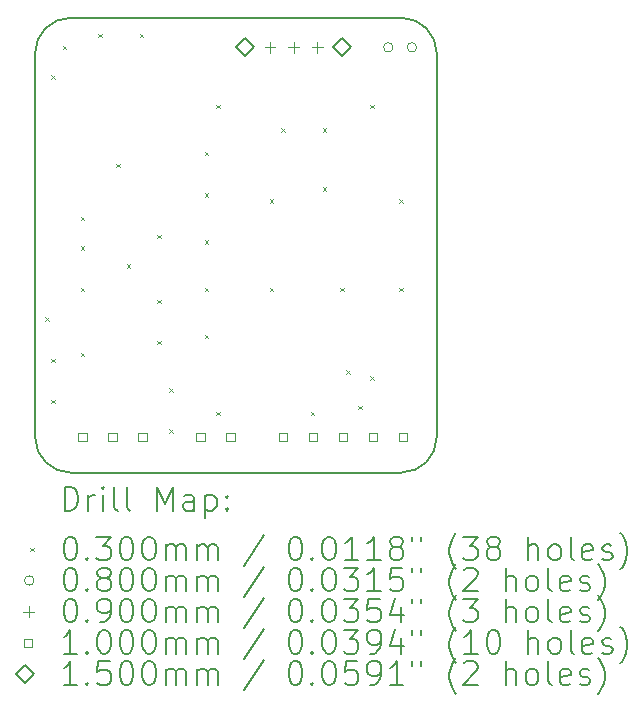
<source format=gbr>
%TF.GenerationSoftware,KiCad,Pcbnew,8.0.7*%
%TF.CreationDate,2025-01-03T22:16:04+08:00*%
%TF.ProjectId,remote_fingers_ESP8266,72656d6f-7465-45f6-9669-6e676572735f,rev?*%
%TF.SameCoordinates,Original*%
%TF.FileFunction,Drillmap*%
%TF.FilePolarity,Positive*%
%FSLAX45Y45*%
G04 Gerber Fmt 4.5, Leading zero omitted, Abs format (unit mm)*
G04 Created by KiCad (PCBNEW 8.0.7) date 2025-01-03 22:16:04*
%MOMM*%
%LPD*%
G01*
G04 APERTURE LIST*
%ADD10C,0.200000*%
%ADD11C,0.100000*%
%ADD12C,0.150000*%
G04 APERTURE END LIST*
D10*
X7400000Y-11900000D02*
G75*
G02*
X7100000Y-11600000I0J300000D01*
G01*
X10500000Y-11600000D02*
G75*
G02*
X10200000Y-11900000I-300000J0D01*
G01*
X7100000Y-8350000D02*
G75*
G02*
X7400000Y-8050000I300000J0D01*
G01*
X10200000Y-8050000D02*
G75*
G02*
X10500000Y-8350000I0J-300000D01*
G01*
X7100000Y-11600000D02*
X7100000Y-8350000D01*
X10200000Y-11900000D02*
X7400000Y-11900000D01*
X10500000Y-8350000D02*
X10500000Y-11600000D01*
X7400000Y-8050000D02*
X10200000Y-8050000D01*
D11*
X7185000Y-10585000D02*
X7215000Y-10615000D01*
X7215000Y-10585000D02*
X7185000Y-10615000D01*
X7235000Y-8535000D02*
X7265000Y-8565000D01*
X7265000Y-8535000D02*
X7235000Y-8565000D01*
X7235000Y-10935000D02*
X7265000Y-10965000D01*
X7265000Y-10935000D02*
X7235000Y-10965000D01*
X7235000Y-11285000D02*
X7265000Y-11315000D01*
X7265000Y-11285000D02*
X7235000Y-11315000D01*
X7335000Y-8285000D02*
X7365000Y-8315000D01*
X7365000Y-8285000D02*
X7335000Y-8315000D01*
X7485000Y-9735000D02*
X7515000Y-9765000D01*
X7515000Y-9735000D02*
X7485000Y-9765000D01*
X7485000Y-9985000D02*
X7515000Y-10015000D01*
X7515000Y-9985000D02*
X7485000Y-10015000D01*
X7485000Y-10335000D02*
X7515000Y-10365000D01*
X7515000Y-10335000D02*
X7485000Y-10365000D01*
X7485000Y-10885000D02*
X7515000Y-10915000D01*
X7515000Y-10885000D02*
X7485000Y-10915000D01*
X7635000Y-8185000D02*
X7665000Y-8215000D01*
X7665000Y-8185000D02*
X7635000Y-8215000D01*
X7785000Y-9285000D02*
X7815000Y-9315000D01*
X7815000Y-9285000D02*
X7785000Y-9315000D01*
X7876250Y-10135000D02*
X7906250Y-10165000D01*
X7906250Y-10135000D02*
X7876250Y-10165000D01*
X7985000Y-8185000D02*
X8015000Y-8215000D01*
X8015000Y-8185000D02*
X7985000Y-8215000D01*
X8135000Y-9885000D02*
X8165000Y-9915000D01*
X8165000Y-9885000D02*
X8135000Y-9915000D01*
X8135000Y-10435000D02*
X8165000Y-10465000D01*
X8165000Y-10435000D02*
X8135000Y-10465000D01*
X8135000Y-10785000D02*
X8165000Y-10815000D01*
X8165000Y-10785000D02*
X8135000Y-10815000D01*
X8235000Y-11185000D02*
X8265000Y-11215000D01*
X8265000Y-11185000D02*
X8235000Y-11215000D01*
X8235000Y-11535000D02*
X8265000Y-11565000D01*
X8265000Y-11535000D02*
X8235000Y-11565000D01*
X8535000Y-9185000D02*
X8565000Y-9215000D01*
X8565000Y-9185000D02*
X8535000Y-9215000D01*
X8535000Y-9535000D02*
X8565000Y-9565000D01*
X8565000Y-9535000D02*
X8535000Y-9565000D01*
X8535000Y-9935000D02*
X8565000Y-9965000D01*
X8565000Y-9935000D02*
X8535000Y-9965000D01*
X8535000Y-10335000D02*
X8565000Y-10365000D01*
X8565000Y-10335000D02*
X8535000Y-10365000D01*
X8535000Y-10735000D02*
X8565000Y-10765000D01*
X8565000Y-10735000D02*
X8535000Y-10765000D01*
X8635000Y-8785000D02*
X8665000Y-8815000D01*
X8665000Y-8785000D02*
X8635000Y-8815000D01*
X8635000Y-11385000D02*
X8665000Y-11415000D01*
X8665000Y-11385000D02*
X8635000Y-11415000D01*
X9085000Y-9585000D02*
X9115000Y-9615000D01*
X9115000Y-9585000D02*
X9085000Y-9615000D01*
X9085000Y-10335000D02*
X9115000Y-10365000D01*
X9115000Y-10335000D02*
X9085000Y-10365000D01*
X9185000Y-8985000D02*
X9215000Y-9015000D01*
X9215000Y-8985000D02*
X9185000Y-9015000D01*
X9435000Y-11385000D02*
X9465000Y-11415000D01*
X9465000Y-11385000D02*
X9435000Y-11415000D01*
X9535000Y-8985000D02*
X9565000Y-9015000D01*
X9565000Y-8985000D02*
X9535000Y-9015000D01*
X9535000Y-9485000D02*
X9565000Y-9515000D01*
X9565000Y-9485000D02*
X9535000Y-9515000D01*
X9685000Y-10335000D02*
X9715000Y-10365000D01*
X9715000Y-10335000D02*
X9685000Y-10365000D01*
X9735000Y-11035000D02*
X9765000Y-11065000D01*
X9765000Y-11035000D02*
X9735000Y-11065000D01*
X9835000Y-11335000D02*
X9865000Y-11365000D01*
X9865000Y-11335000D02*
X9835000Y-11365000D01*
X9935000Y-8785000D02*
X9965000Y-8815000D01*
X9965000Y-8785000D02*
X9935000Y-8815000D01*
X9935000Y-11085000D02*
X9965000Y-11115000D01*
X9965000Y-11085000D02*
X9935000Y-11115000D01*
X10185000Y-9585000D02*
X10215000Y-9615000D01*
X10215000Y-9585000D02*
X10185000Y-9615000D01*
X10185000Y-10335000D02*
X10215000Y-10365000D01*
X10215000Y-10335000D02*
X10185000Y-10365000D01*
X10130000Y-8300000D02*
G75*
G02*
X10050000Y-8300000I-40000J0D01*
G01*
X10050000Y-8300000D02*
G75*
G02*
X10130000Y-8300000I40000J0D01*
G01*
X10330000Y-8300000D02*
G75*
G02*
X10250000Y-8300000I-40000J0D01*
G01*
X10250000Y-8300000D02*
G75*
G02*
X10330000Y-8300000I40000J0D01*
G01*
X9090000Y-8255000D02*
X9090000Y-8345000D01*
X9045000Y-8300000D02*
X9135000Y-8300000D01*
X9290000Y-8255000D02*
X9290000Y-8345000D01*
X9245000Y-8300000D02*
X9335000Y-8300000D01*
X9490000Y-8255000D02*
X9490000Y-8345000D01*
X9445000Y-8300000D02*
X9535000Y-8300000D01*
X7535356Y-11635356D02*
X7535356Y-11564644D01*
X7464644Y-11564644D01*
X7464644Y-11635356D01*
X7535356Y-11635356D01*
X7789356Y-11635356D02*
X7789356Y-11564644D01*
X7718644Y-11564644D01*
X7718644Y-11635356D01*
X7789356Y-11635356D01*
X8043356Y-11635356D02*
X8043356Y-11564644D01*
X7972644Y-11564644D01*
X7972644Y-11635356D01*
X8043356Y-11635356D01*
X8535356Y-11635356D02*
X8535356Y-11564644D01*
X8464644Y-11564644D01*
X8464644Y-11635356D01*
X8535356Y-11635356D01*
X8789356Y-11635356D02*
X8789356Y-11564644D01*
X8718644Y-11564644D01*
X8718644Y-11635356D01*
X8789356Y-11635356D01*
X9235356Y-11635356D02*
X9235356Y-11564644D01*
X9164644Y-11564644D01*
X9164644Y-11635356D01*
X9235356Y-11635356D01*
X9489356Y-11635356D02*
X9489356Y-11564644D01*
X9418644Y-11564644D01*
X9418644Y-11635356D01*
X9489356Y-11635356D01*
X9743356Y-11635356D02*
X9743356Y-11564644D01*
X9672644Y-11564644D01*
X9672644Y-11635356D01*
X9743356Y-11635356D01*
X9997356Y-11635356D02*
X9997356Y-11564644D01*
X9926644Y-11564644D01*
X9926644Y-11635356D01*
X9997356Y-11635356D01*
X10251356Y-11635356D02*
X10251356Y-11564644D01*
X10180644Y-11564644D01*
X10180644Y-11635356D01*
X10251356Y-11635356D01*
D12*
X8880000Y-8375000D02*
X8955000Y-8300000D01*
X8880000Y-8225000D01*
X8805000Y-8300000D01*
X8880000Y-8375000D01*
X9700000Y-8375000D02*
X9775000Y-8300000D01*
X9700000Y-8225000D01*
X9625000Y-8300000D01*
X9700000Y-8375000D01*
D10*
X7350777Y-12221484D02*
X7350777Y-12021484D01*
X7350777Y-12021484D02*
X7398396Y-12021484D01*
X7398396Y-12021484D02*
X7426967Y-12031008D01*
X7426967Y-12031008D02*
X7446015Y-12050055D01*
X7446015Y-12050055D02*
X7455539Y-12069103D01*
X7455539Y-12069103D02*
X7465062Y-12107198D01*
X7465062Y-12107198D02*
X7465062Y-12135769D01*
X7465062Y-12135769D02*
X7455539Y-12173865D01*
X7455539Y-12173865D02*
X7446015Y-12192912D01*
X7446015Y-12192912D02*
X7426967Y-12211960D01*
X7426967Y-12211960D02*
X7398396Y-12221484D01*
X7398396Y-12221484D02*
X7350777Y-12221484D01*
X7550777Y-12221484D02*
X7550777Y-12088150D01*
X7550777Y-12126246D02*
X7560301Y-12107198D01*
X7560301Y-12107198D02*
X7569824Y-12097674D01*
X7569824Y-12097674D02*
X7588872Y-12088150D01*
X7588872Y-12088150D02*
X7607920Y-12088150D01*
X7674586Y-12221484D02*
X7674586Y-12088150D01*
X7674586Y-12021484D02*
X7665062Y-12031008D01*
X7665062Y-12031008D02*
X7674586Y-12040531D01*
X7674586Y-12040531D02*
X7684110Y-12031008D01*
X7684110Y-12031008D02*
X7674586Y-12021484D01*
X7674586Y-12021484D02*
X7674586Y-12040531D01*
X7798396Y-12221484D02*
X7779348Y-12211960D01*
X7779348Y-12211960D02*
X7769824Y-12192912D01*
X7769824Y-12192912D02*
X7769824Y-12021484D01*
X7903158Y-12221484D02*
X7884110Y-12211960D01*
X7884110Y-12211960D02*
X7874586Y-12192912D01*
X7874586Y-12192912D02*
X7874586Y-12021484D01*
X8131729Y-12221484D02*
X8131729Y-12021484D01*
X8131729Y-12021484D02*
X8198396Y-12164341D01*
X8198396Y-12164341D02*
X8265062Y-12021484D01*
X8265062Y-12021484D02*
X8265062Y-12221484D01*
X8446015Y-12221484D02*
X8446015Y-12116722D01*
X8446015Y-12116722D02*
X8436491Y-12097674D01*
X8436491Y-12097674D02*
X8417444Y-12088150D01*
X8417444Y-12088150D02*
X8379348Y-12088150D01*
X8379348Y-12088150D02*
X8360301Y-12097674D01*
X8446015Y-12211960D02*
X8426967Y-12221484D01*
X8426967Y-12221484D02*
X8379348Y-12221484D01*
X8379348Y-12221484D02*
X8360301Y-12211960D01*
X8360301Y-12211960D02*
X8350777Y-12192912D01*
X8350777Y-12192912D02*
X8350777Y-12173865D01*
X8350777Y-12173865D02*
X8360301Y-12154817D01*
X8360301Y-12154817D02*
X8379348Y-12145293D01*
X8379348Y-12145293D02*
X8426967Y-12145293D01*
X8426967Y-12145293D02*
X8446015Y-12135769D01*
X8541253Y-12088150D02*
X8541253Y-12288150D01*
X8541253Y-12097674D02*
X8560301Y-12088150D01*
X8560301Y-12088150D02*
X8598396Y-12088150D01*
X8598396Y-12088150D02*
X8617444Y-12097674D01*
X8617444Y-12097674D02*
X8626967Y-12107198D01*
X8626967Y-12107198D02*
X8636491Y-12126246D01*
X8636491Y-12126246D02*
X8636491Y-12183388D01*
X8636491Y-12183388D02*
X8626967Y-12202436D01*
X8626967Y-12202436D02*
X8617444Y-12211960D01*
X8617444Y-12211960D02*
X8598396Y-12221484D01*
X8598396Y-12221484D02*
X8560301Y-12221484D01*
X8560301Y-12221484D02*
X8541253Y-12211960D01*
X8722205Y-12202436D02*
X8731729Y-12211960D01*
X8731729Y-12211960D02*
X8722205Y-12221484D01*
X8722205Y-12221484D02*
X8712682Y-12211960D01*
X8712682Y-12211960D02*
X8722205Y-12202436D01*
X8722205Y-12202436D02*
X8722205Y-12221484D01*
X8722205Y-12097674D02*
X8731729Y-12107198D01*
X8731729Y-12107198D02*
X8722205Y-12116722D01*
X8722205Y-12116722D02*
X8712682Y-12107198D01*
X8712682Y-12107198D02*
X8722205Y-12097674D01*
X8722205Y-12097674D02*
X8722205Y-12116722D01*
D11*
X7060000Y-12535000D02*
X7090000Y-12565000D01*
X7090000Y-12535000D02*
X7060000Y-12565000D01*
D10*
X7388872Y-12441484D02*
X7407920Y-12441484D01*
X7407920Y-12441484D02*
X7426967Y-12451008D01*
X7426967Y-12451008D02*
X7436491Y-12460531D01*
X7436491Y-12460531D02*
X7446015Y-12479579D01*
X7446015Y-12479579D02*
X7455539Y-12517674D01*
X7455539Y-12517674D02*
X7455539Y-12565293D01*
X7455539Y-12565293D02*
X7446015Y-12603388D01*
X7446015Y-12603388D02*
X7436491Y-12622436D01*
X7436491Y-12622436D02*
X7426967Y-12631960D01*
X7426967Y-12631960D02*
X7407920Y-12641484D01*
X7407920Y-12641484D02*
X7388872Y-12641484D01*
X7388872Y-12641484D02*
X7369824Y-12631960D01*
X7369824Y-12631960D02*
X7360301Y-12622436D01*
X7360301Y-12622436D02*
X7350777Y-12603388D01*
X7350777Y-12603388D02*
X7341253Y-12565293D01*
X7341253Y-12565293D02*
X7341253Y-12517674D01*
X7341253Y-12517674D02*
X7350777Y-12479579D01*
X7350777Y-12479579D02*
X7360301Y-12460531D01*
X7360301Y-12460531D02*
X7369824Y-12451008D01*
X7369824Y-12451008D02*
X7388872Y-12441484D01*
X7541253Y-12622436D02*
X7550777Y-12631960D01*
X7550777Y-12631960D02*
X7541253Y-12641484D01*
X7541253Y-12641484D02*
X7531729Y-12631960D01*
X7531729Y-12631960D02*
X7541253Y-12622436D01*
X7541253Y-12622436D02*
X7541253Y-12641484D01*
X7617443Y-12441484D02*
X7741253Y-12441484D01*
X7741253Y-12441484D02*
X7674586Y-12517674D01*
X7674586Y-12517674D02*
X7703158Y-12517674D01*
X7703158Y-12517674D02*
X7722205Y-12527198D01*
X7722205Y-12527198D02*
X7731729Y-12536722D01*
X7731729Y-12536722D02*
X7741253Y-12555769D01*
X7741253Y-12555769D02*
X7741253Y-12603388D01*
X7741253Y-12603388D02*
X7731729Y-12622436D01*
X7731729Y-12622436D02*
X7722205Y-12631960D01*
X7722205Y-12631960D02*
X7703158Y-12641484D01*
X7703158Y-12641484D02*
X7646015Y-12641484D01*
X7646015Y-12641484D02*
X7626967Y-12631960D01*
X7626967Y-12631960D02*
X7617443Y-12622436D01*
X7865062Y-12441484D02*
X7884110Y-12441484D01*
X7884110Y-12441484D02*
X7903158Y-12451008D01*
X7903158Y-12451008D02*
X7912682Y-12460531D01*
X7912682Y-12460531D02*
X7922205Y-12479579D01*
X7922205Y-12479579D02*
X7931729Y-12517674D01*
X7931729Y-12517674D02*
X7931729Y-12565293D01*
X7931729Y-12565293D02*
X7922205Y-12603388D01*
X7922205Y-12603388D02*
X7912682Y-12622436D01*
X7912682Y-12622436D02*
X7903158Y-12631960D01*
X7903158Y-12631960D02*
X7884110Y-12641484D01*
X7884110Y-12641484D02*
X7865062Y-12641484D01*
X7865062Y-12641484D02*
X7846015Y-12631960D01*
X7846015Y-12631960D02*
X7836491Y-12622436D01*
X7836491Y-12622436D02*
X7826967Y-12603388D01*
X7826967Y-12603388D02*
X7817443Y-12565293D01*
X7817443Y-12565293D02*
X7817443Y-12517674D01*
X7817443Y-12517674D02*
X7826967Y-12479579D01*
X7826967Y-12479579D02*
X7836491Y-12460531D01*
X7836491Y-12460531D02*
X7846015Y-12451008D01*
X7846015Y-12451008D02*
X7865062Y-12441484D01*
X8055539Y-12441484D02*
X8074586Y-12441484D01*
X8074586Y-12441484D02*
X8093634Y-12451008D01*
X8093634Y-12451008D02*
X8103158Y-12460531D01*
X8103158Y-12460531D02*
X8112682Y-12479579D01*
X8112682Y-12479579D02*
X8122205Y-12517674D01*
X8122205Y-12517674D02*
X8122205Y-12565293D01*
X8122205Y-12565293D02*
X8112682Y-12603388D01*
X8112682Y-12603388D02*
X8103158Y-12622436D01*
X8103158Y-12622436D02*
X8093634Y-12631960D01*
X8093634Y-12631960D02*
X8074586Y-12641484D01*
X8074586Y-12641484D02*
X8055539Y-12641484D01*
X8055539Y-12641484D02*
X8036491Y-12631960D01*
X8036491Y-12631960D02*
X8026967Y-12622436D01*
X8026967Y-12622436D02*
X8017443Y-12603388D01*
X8017443Y-12603388D02*
X8007920Y-12565293D01*
X8007920Y-12565293D02*
X8007920Y-12517674D01*
X8007920Y-12517674D02*
X8017443Y-12479579D01*
X8017443Y-12479579D02*
X8026967Y-12460531D01*
X8026967Y-12460531D02*
X8036491Y-12451008D01*
X8036491Y-12451008D02*
X8055539Y-12441484D01*
X8207920Y-12641484D02*
X8207920Y-12508150D01*
X8207920Y-12527198D02*
X8217443Y-12517674D01*
X8217443Y-12517674D02*
X8236491Y-12508150D01*
X8236491Y-12508150D02*
X8265063Y-12508150D01*
X8265063Y-12508150D02*
X8284110Y-12517674D01*
X8284110Y-12517674D02*
X8293634Y-12536722D01*
X8293634Y-12536722D02*
X8293634Y-12641484D01*
X8293634Y-12536722D02*
X8303158Y-12517674D01*
X8303158Y-12517674D02*
X8322205Y-12508150D01*
X8322205Y-12508150D02*
X8350777Y-12508150D01*
X8350777Y-12508150D02*
X8369824Y-12517674D01*
X8369824Y-12517674D02*
X8379348Y-12536722D01*
X8379348Y-12536722D02*
X8379348Y-12641484D01*
X8474586Y-12641484D02*
X8474586Y-12508150D01*
X8474586Y-12527198D02*
X8484110Y-12517674D01*
X8484110Y-12517674D02*
X8503158Y-12508150D01*
X8503158Y-12508150D02*
X8531729Y-12508150D01*
X8531729Y-12508150D02*
X8550777Y-12517674D01*
X8550777Y-12517674D02*
X8560301Y-12536722D01*
X8560301Y-12536722D02*
X8560301Y-12641484D01*
X8560301Y-12536722D02*
X8569825Y-12517674D01*
X8569825Y-12517674D02*
X8588872Y-12508150D01*
X8588872Y-12508150D02*
X8617444Y-12508150D01*
X8617444Y-12508150D02*
X8636491Y-12517674D01*
X8636491Y-12517674D02*
X8646015Y-12536722D01*
X8646015Y-12536722D02*
X8646015Y-12641484D01*
X9036491Y-12431960D02*
X8865063Y-12689103D01*
X9293634Y-12441484D02*
X9312682Y-12441484D01*
X9312682Y-12441484D02*
X9331729Y-12451008D01*
X9331729Y-12451008D02*
X9341253Y-12460531D01*
X9341253Y-12460531D02*
X9350777Y-12479579D01*
X9350777Y-12479579D02*
X9360301Y-12517674D01*
X9360301Y-12517674D02*
X9360301Y-12565293D01*
X9360301Y-12565293D02*
X9350777Y-12603388D01*
X9350777Y-12603388D02*
X9341253Y-12622436D01*
X9341253Y-12622436D02*
X9331729Y-12631960D01*
X9331729Y-12631960D02*
X9312682Y-12641484D01*
X9312682Y-12641484D02*
X9293634Y-12641484D01*
X9293634Y-12641484D02*
X9274587Y-12631960D01*
X9274587Y-12631960D02*
X9265063Y-12622436D01*
X9265063Y-12622436D02*
X9255539Y-12603388D01*
X9255539Y-12603388D02*
X9246015Y-12565293D01*
X9246015Y-12565293D02*
X9246015Y-12517674D01*
X9246015Y-12517674D02*
X9255539Y-12479579D01*
X9255539Y-12479579D02*
X9265063Y-12460531D01*
X9265063Y-12460531D02*
X9274587Y-12451008D01*
X9274587Y-12451008D02*
X9293634Y-12441484D01*
X9446015Y-12622436D02*
X9455539Y-12631960D01*
X9455539Y-12631960D02*
X9446015Y-12641484D01*
X9446015Y-12641484D02*
X9436491Y-12631960D01*
X9436491Y-12631960D02*
X9446015Y-12622436D01*
X9446015Y-12622436D02*
X9446015Y-12641484D01*
X9579348Y-12441484D02*
X9598396Y-12441484D01*
X9598396Y-12441484D02*
X9617444Y-12451008D01*
X9617444Y-12451008D02*
X9626968Y-12460531D01*
X9626968Y-12460531D02*
X9636491Y-12479579D01*
X9636491Y-12479579D02*
X9646015Y-12517674D01*
X9646015Y-12517674D02*
X9646015Y-12565293D01*
X9646015Y-12565293D02*
X9636491Y-12603388D01*
X9636491Y-12603388D02*
X9626968Y-12622436D01*
X9626968Y-12622436D02*
X9617444Y-12631960D01*
X9617444Y-12631960D02*
X9598396Y-12641484D01*
X9598396Y-12641484D02*
X9579348Y-12641484D01*
X9579348Y-12641484D02*
X9560301Y-12631960D01*
X9560301Y-12631960D02*
X9550777Y-12622436D01*
X9550777Y-12622436D02*
X9541253Y-12603388D01*
X9541253Y-12603388D02*
X9531729Y-12565293D01*
X9531729Y-12565293D02*
X9531729Y-12517674D01*
X9531729Y-12517674D02*
X9541253Y-12479579D01*
X9541253Y-12479579D02*
X9550777Y-12460531D01*
X9550777Y-12460531D02*
X9560301Y-12451008D01*
X9560301Y-12451008D02*
X9579348Y-12441484D01*
X9836491Y-12641484D02*
X9722206Y-12641484D01*
X9779348Y-12641484D02*
X9779348Y-12441484D01*
X9779348Y-12441484D02*
X9760301Y-12470055D01*
X9760301Y-12470055D02*
X9741253Y-12489103D01*
X9741253Y-12489103D02*
X9722206Y-12498627D01*
X10026968Y-12641484D02*
X9912682Y-12641484D01*
X9969825Y-12641484D02*
X9969825Y-12441484D01*
X9969825Y-12441484D02*
X9950777Y-12470055D01*
X9950777Y-12470055D02*
X9931729Y-12489103D01*
X9931729Y-12489103D02*
X9912682Y-12498627D01*
X10141253Y-12527198D02*
X10122206Y-12517674D01*
X10122206Y-12517674D02*
X10112682Y-12508150D01*
X10112682Y-12508150D02*
X10103158Y-12489103D01*
X10103158Y-12489103D02*
X10103158Y-12479579D01*
X10103158Y-12479579D02*
X10112682Y-12460531D01*
X10112682Y-12460531D02*
X10122206Y-12451008D01*
X10122206Y-12451008D02*
X10141253Y-12441484D01*
X10141253Y-12441484D02*
X10179349Y-12441484D01*
X10179349Y-12441484D02*
X10198396Y-12451008D01*
X10198396Y-12451008D02*
X10207920Y-12460531D01*
X10207920Y-12460531D02*
X10217444Y-12479579D01*
X10217444Y-12479579D02*
X10217444Y-12489103D01*
X10217444Y-12489103D02*
X10207920Y-12508150D01*
X10207920Y-12508150D02*
X10198396Y-12517674D01*
X10198396Y-12517674D02*
X10179349Y-12527198D01*
X10179349Y-12527198D02*
X10141253Y-12527198D01*
X10141253Y-12527198D02*
X10122206Y-12536722D01*
X10122206Y-12536722D02*
X10112682Y-12546246D01*
X10112682Y-12546246D02*
X10103158Y-12565293D01*
X10103158Y-12565293D02*
X10103158Y-12603388D01*
X10103158Y-12603388D02*
X10112682Y-12622436D01*
X10112682Y-12622436D02*
X10122206Y-12631960D01*
X10122206Y-12631960D02*
X10141253Y-12641484D01*
X10141253Y-12641484D02*
X10179349Y-12641484D01*
X10179349Y-12641484D02*
X10198396Y-12631960D01*
X10198396Y-12631960D02*
X10207920Y-12622436D01*
X10207920Y-12622436D02*
X10217444Y-12603388D01*
X10217444Y-12603388D02*
X10217444Y-12565293D01*
X10217444Y-12565293D02*
X10207920Y-12546246D01*
X10207920Y-12546246D02*
X10198396Y-12536722D01*
X10198396Y-12536722D02*
X10179349Y-12527198D01*
X10293634Y-12441484D02*
X10293634Y-12479579D01*
X10369825Y-12441484D02*
X10369825Y-12479579D01*
X10665063Y-12717674D02*
X10655539Y-12708150D01*
X10655539Y-12708150D02*
X10636491Y-12679579D01*
X10636491Y-12679579D02*
X10626968Y-12660531D01*
X10626968Y-12660531D02*
X10617444Y-12631960D01*
X10617444Y-12631960D02*
X10607920Y-12584341D01*
X10607920Y-12584341D02*
X10607920Y-12546246D01*
X10607920Y-12546246D02*
X10617444Y-12498627D01*
X10617444Y-12498627D02*
X10626968Y-12470055D01*
X10626968Y-12470055D02*
X10636491Y-12451008D01*
X10636491Y-12451008D02*
X10655539Y-12422436D01*
X10655539Y-12422436D02*
X10665063Y-12412912D01*
X10722206Y-12441484D02*
X10846015Y-12441484D01*
X10846015Y-12441484D02*
X10779349Y-12517674D01*
X10779349Y-12517674D02*
X10807920Y-12517674D01*
X10807920Y-12517674D02*
X10826968Y-12527198D01*
X10826968Y-12527198D02*
X10836491Y-12536722D01*
X10836491Y-12536722D02*
X10846015Y-12555769D01*
X10846015Y-12555769D02*
X10846015Y-12603388D01*
X10846015Y-12603388D02*
X10836491Y-12622436D01*
X10836491Y-12622436D02*
X10826968Y-12631960D01*
X10826968Y-12631960D02*
X10807920Y-12641484D01*
X10807920Y-12641484D02*
X10750777Y-12641484D01*
X10750777Y-12641484D02*
X10731730Y-12631960D01*
X10731730Y-12631960D02*
X10722206Y-12622436D01*
X10960301Y-12527198D02*
X10941253Y-12517674D01*
X10941253Y-12517674D02*
X10931730Y-12508150D01*
X10931730Y-12508150D02*
X10922206Y-12489103D01*
X10922206Y-12489103D02*
X10922206Y-12479579D01*
X10922206Y-12479579D02*
X10931730Y-12460531D01*
X10931730Y-12460531D02*
X10941253Y-12451008D01*
X10941253Y-12451008D02*
X10960301Y-12441484D01*
X10960301Y-12441484D02*
X10998396Y-12441484D01*
X10998396Y-12441484D02*
X11017444Y-12451008D01*
X11017444Y-12451008D02*
X11026968Y-12460531D01*
X11026968Y-12460531D02*
X11036491Y-12479579D01*
X11036491Y-12479579D02*
X11036491Y-12489103D01*
X11036491Y-12489103D02*
X11026968Y-12508150D01*
X11026968Y-12508150D02*
X11017444Y-12517674D01*
X11017444Y-12517674D02*
X10998396Y-12527198D01*
X10998396Y-12527198D02*
X10960301Y-12527198D01*
X10960301Y-12527198D02*
X10941253Y-12536722D01*
X10941253Y-12536722D02*
X10931730Y-12546246D01*
X10931730Y-12546246D02*
X10922206Y-12565293D01*
X10922206Y-12565293D02*
X10922206Y-12603388D01*
X10922206Y-12603388D02*
X10931730Y-12622436D01*
X10931730Y-12622436D02*
X10941253Y-12631960D01*
X10941253Y-12631960D02*
X10960301Y-12641484D01*
X10960301Y-12641484D02*
X10998396Y-12641484D01*
X10998396Y-12641484D02*
X11017444Y-12631960D01*
X11017444Y-12631960D02*
X11026968Y-12622436D01*
X11026968Y-12622436D02*
X11036491Y-12603388D01*
X11036491Y-12603388D02*
X11036491Y-12565293D01*
X11036491Y-12565293D02*
X11026968Y-12546246D01*
X11026968Y-12546246D02*
X11017444Y-12536722D01*
X11017444Y-12536722D02*
X10998396Y-12527198D01*
X11274587Y-12641484D02*
X11274587Y-12441484D01*
X11360301Y-12641484D02*
X11360301Y-12536722D01*
X11360301Y-12536722D02*
X11350777Y-12517674D01*
X11350777Y-12517674D02*
X11331730Y-12508150D01*
X11331730Y-12508150D02*
X11303158Y-12508150D01*
X11303158Y-12508150D02*
X11284110Y-12517674D01*
X11284110Y-12517674D02*
X11274587Y-12527198D01*
X11484110Y-12641484D02*
X11465063Y-12631960D01*
X11465063Y-12631960D02*
X11455539Y-12622436D01*
X11455539Y-12622436D02*
X11446015Y-12603388D01*
X11446015Y-12603388D02*
X11446015Y-12546246D01*
X11446015Y-12546246D02*
X11455539Y-12527198D01*
X11455539Y-12527198D02*
X11465063Y-12517674D01*
X11465063Y-12517674D02*
X11484110Y-12508150D01*
X11484110Y-12508150D02*
X11512682Y-12508150D01*
X11512682Y-12508150D02*
X11531730Y-12517674D01*
X11531730Y-12517674D02*
X11541253Y-12527198D01*
X11541253Y-12527198D02*
X11550777Y-12546246D01*
X11550777Y-12546246D02*
X11550777Y-12603388D01*
X11550777Y-12603388D02*
X11541253Y-12622436D01*
X11541253Y-12622436D02*
X11531730Y-12631960D01*
X11531730Y-12631960D02*
X11512682Y-12641484D01*
X11512682Y-12641484D02*
X11484110Y-12641484D01*
X11665063Y-12641484D02*
X11646015Y-12631960D01*
X11646015Y-12631960D02*
X11636491Y-12612912D01*
X11636491Y-12612912D02*
X11636491Y-12441484D01*
X11817444Y-12631960D02*
X11798396Y-12641484D01*
X11798396Y-12641484D02*
X11760301Y-12641484D01*
X11760301Y-12641484D02*
X11741253Y-12631960D01*
X11741253Y-12631960D02*
X11731730Y-12612912D01*
X11731730Y-12612912D02*
X11731730Y-12536722D01*
X11731730Y-12536722D02*
X11741253Y-12517674D01*
X11741253Y-12517674D02*
X11760301Y-12508150D01*
X11760301Y-12508150D02*
X11798396Y-12508150D01*
X11798396Y-12508150D02*
X11817444Y-12517674D01*
X11817444Y-12517674D02*
X11826968Y-12536722D01*
X11826968Y-12536722D02*
X11826968Y-12555769D01*
X11826968Y-12555769D02*
X11731730Y-12574817D01*
X11903158Y-12631960D02*
X11922206Y-12641484D01*
X11922206Y-12641484D02*
X11960301Y-12641484D01*
X11960301Y-12641484D02*
X11979349Y-12631960D01*
X11979349Y-12631960D02*
X11988872Y-12612912D01*
X11988872Y-12612912D02*
X11988872Y-12603388D01*
X11988872Y-12603388D02*
X11979349Y-12584341D01*
X11979349Y-12584341D02*
X11960301Y-12574817D01*
X11960301Y-12574817D02*
X11931730Y-12574817D01*
X11931730Y-12574817D02*
X11912682Y-12565293D01*
X11912682Y-12565293D02*
X11903158Y-12546246D01*
X11903158Y-12546246D02*
X11903158Y-12536722D01*
X11903158Y-12536722D02*
X11912682Y-12517674D01*
X11912682Y-12517674D02*
X11931730Y-12508150D01*
X11931730Y-12508150D02*
X11960301Y-12508150D01*
X11960301Y-12508150D02*
X11979349Y-12517674D01*
X12055539Y-12717674D02*
X12065063Y-12708150D01*
X12065063Y-12708150D02*
X12084111Y-12679579D01*
X12084111Y-12679579D02*
X12093634Y-12660531D01*
X12093634Y-12660531D02*
X12103158Y-12631960D01*
X12103158Y-12631960D02*
X12112682Y-12584341D01*
X12112682Y-12584341D02*
X12112682Y-12546246D01*
X12112682Y-12546246D02*
X12103158Y-12498627D01*
X12103158Y-12498627D02*
X12093634Y-12470055D01*
X12093634Y-12470055D02*
X12084111Y-12451008D01*
X12084111Y-12451008D02*
X12065063Y-12422436D01*
X12065063Y-12422436D02*
X12055539Y-12412912D01*
D11*
X7090000Y-12814000D02*
G75*
G02*
X7010000Y-12814000I-40000J0D01*
G01*
X7010000Y-12814000D02*
G75*
G02*
X7090000Y-12814000I40000J0D01*
G01*
D10*
X7388872Y-12705484D02*
X7407920Y-12705484D01*
X7407920Y-12705484D02*
X7426967Y-12715008D01*
X7426967Y-12715008D02*
X7436491Y-12724531D01*
X7436491Y-12724531D02*
X7446015Y-12743579D01*
X7446015Y-12743579D02*
X7455539Y-12781674D01*
X7455539Y-12781674D02*
X7455539Y-12829293D01*
X7455539Y-12829293D02*
X7446015Y-12867388D01*
X7446015Y-12867388D02*
X7436491Y-12886436D01*
X7436491Y-12886436D02*
X7426967Y-12895960D01*
X7426967Y-12895960D02*
X7407920Y-12905484D01*
X7407920Y-12905484D02*
X7388872Y-12905484D01*
X7388872Y-12905484D02*
X7369824Y-12895960D01*
X7369824Y-12895960D02*
X7360301Y-12886436D01*
X7360301Y-12886436D02*
X7350777Y-12867388D01*
X7350777Y-12867388D02*
X7341253Y-12829293D01*
X7341253Y-12829293D02*
X7341253Y-12781674D01*
X7341253Y-12781674D02*
X7350777Y-12743579D01*
X7350777Y-12743579D02*
X7360301Y-12724531D01*
X7360301Y-12724531D02*
X7369824Y-12715008D01*
X7369824Y-12715008D02*
X7388872Y-12705484D01*
X7541253Y-12886436D02*
X7550777Y-12895960D01*
X7550777Y-12895960D02*
X7541253Y-12905484D01*
X7541253Y-12905484D02*
X7531729Y-12895960D01*
X7531729Y-12895960D02*
X7541253Y-12886436D01*
X7541253Y-12886436D02*
X7541253Y-12905484D01*
X7665062Y-12791198D02*
X7646015Y-12781674D01*
X7646015Y-12781674D02*
X7636491Y-12772150D01*
X7636491Y-12772150D02*
X7626967Y-12753103D01*
X7626967Y-12753103D02*
X7626967Y-12743579D01*
X7626967Y-12743579D02*
X7636491Y-12724531D01*
X7636491Y-12724531D02*
X7646015Y-12715008D01*
X7646015Y-12715008D02*
X7665062Y-12705484D01*
X7665062Y-12705484D02*
X7703158Y-12705484D01*
X7703158Y-12705484D02*
X7722205Y-12715008D01*
X7722205Y-12715008D02*
X7731729Y-12724531D01*
X7731729Y-12724531D02*
X7741253Y-12743579D01*
X7741253Y-12743579D02*
X7741253Y-12753103D01*
X7741253Y-12753103D02*
X7731729Y-12772150D01*
X7731729Y-12772150D02*
X7722205Y-12781674D01*
X7722205Y-12781674D02*
X7703158Y-12791198D01*
X7703158Y-12791198D02*
X7665062Y-12791198D01*
X7665062Y-12791198D02*
X7646015Y-12800722D01*
X7646015Y-12800722D02*
X7636491Y-12810246D01*
X7636491Y-12810246D02*
X7626967Y-12829293D01*
X7626967Y-12829293D02*
X7626967Y-12867388D01*
X7626967Y-12867388D02*
X7636491Y-12886436D01*
X7636491Y-12886436D02*
X7646015Y-12895960D01*
X7646015Y-12895960D02*
X7665062Y-12905484D01*
X7665062Y-12905484D02*
X7703158Y-12905484D01*
X7703158Y-12905484D02*
X7722205Y-12895960D01*
X7722205Y-12895960D02*
X7731729Y-12886436D01*
X7731729Y-12886436D02*
X7741253Y-12867388D01*
X7741253Y-12867388D02*
X7741253Y-12829293D01*
X7741253Y-12829293D02*
X7731729Y-12810246D01*
X7731729Y-12810246D02*
X7722205Y-12800722D01*
X7722205Y-12800722D02*
X7703158Y-12791198D01*
X7865062Y-12705484D02*
X7884110Y-12705484D01*
X7884110Y-12705484D02*
X7903158Y-12715008D01*
X7903158Y-12715008D02*
X7912682Y-12724531D01*
X7912682Y-12724531D02*
X7922205Y-12743579D01*
X7922205Y-12743579D02*
X7931729Y-12781674D01*
X7931729Y-12781674D02*
X7931729Y-12829293D01*
X7931729Y-12829293D02*
X7922205Y-12867388D01*
X7922205Y-12867388D02*
X7912682Y-12886436D01*
X7912682Y-12886436D02*
X7903158Y-12895960D01*
X7903158Y-12895960D02*
X7884110Y-12905484D01*
X7884110Y-12905484D02*
X7865062Y-12905484D01*
X7865062Y-12905484D02*
X7846015Y-12895960D01*
X7846015Y-12895960D02*
X7836491Y-12886436D01*
X7836491Y-12886436D02*
X7826967Y-12867388D01*
X7826967Y-12867388D02*
X7817443Y-12829293D01*
X7817443Y-12829293D02*
X7817443Y-12781674D01*
X7817443Y-12781674D02*
X7826967Y-12743579D01*
X7826967Y-12743579D02*
X7836491Y-12724531D01*
X7836491Y-12724531D02*
X7846015Y-12715008D01*
X7846015Y-12715008D02*
X7865062Y-12705484D01*
X8055539Y-12705484D02*
X8074586Y-12705484D01*
X8074586Y-12705484D02*
X8093634Y-12715008D01*
X8093634Y-12715008D02*
X8103158Y-12724531D01*
X8103158Y-12724531D02*
X8112682Y-12743579D01*
X8112682Y-12743579D02*
X8122205Y-12781674D01*
X8122205Y-12781674D02*
X8122205Y-12829293D01*
X8122205Y-12829293D02*
X8112682Y-12867388D01*
X8112682Y-12867388D02*
X8103158Y-12886436D01*
X8103158Y-12886436D02*
X8093634Y-12895960D01*
X8093634Y-12895960D02*
X8074586Y-12905484D01*
X8074586Y-12905484D02*
X8055539Y-12905484D01*
X8055539Y-12905484D02*
X8036491Y-12895960D01*
X8036491Y-12895960D02*
X8026967Y-12886436D01*
X8026967Y-12886436D02*
X8017443Y-12867388D01*
X8017443Y-12867388D02*
X8007920Y-12829293D01*
X8007920Y-12829293D02*
X8007920Y-12781674D01*
X8007920Y-12781674D02*
X8017443Y-12743579D01*
X8017443Y-12743579D02*
X8026967Y-12724531D01*
X8026967Y-12724531D02*
X8036491Y-12715008D01*
X8036491Y-12715008D02*
X8055539Y-12705484D01*
X8207920Y-12905484D02*
X8207920Y-12772150D01*
X8207920Y-12791198D02*
X8217443Y-12781674D01*
X8217443Y-12781674D02*
X8236491Y-12772150D01*
X8236491Y-12772150D02*
X8265063Y-12772150D01*
X8265063Y-12772150D02*
X8284110Y-12781674D01*
X8284110Y-12781674D02*
X8293634Y-12800722D01*
X8293634Y-12800722D02*
X8293634Y-12905484D01*
X8293634Y-12800722D02*
X8303158Y-12781674D01*
X8303158Y-12781674D02*
X8322205Y-12772150D01*
X8322205Y-12772150D02*
X8350777Y-12772150D01*
X8350777Y-12772150D02*
X8369824Y-12781674D01*
X8369824Y-12781674D02*
X8379348Y-12800722D01*
X8379348Y-12800722D02*
X8379348Y-12905484D01*
X8474586Y-12905484D02*
X8474586Y-12772150D01*
X8474586Y-12791198D02*
X8484110Y-12781674D01*
X8484110Y-12781674D02*
X8503158Y-12772150D01*
X8503158Y-12772150D02*
X8531729Y-12772150D01*
X8531729Y-12772150D02*
X8550777Y-12781674D01*
X8550777Y-12781674D02*
X8560301Y-12800722D01*
X8560301Y-12800722D02*
X8560301Y-12905484D01*
X8560301Y-12800722D02*
X8569825Y-12781674D01*
X8569825Y-12781674D02*
X8588872Y-12772150D01*
X8588872Y-12772150D02*
X8617444Y-12772150D01*
X8617444Y-12772150D02*
X8636491Y-12781674D01*
X8636491Y-12781674D02*
X8646015Y-12800722D01*
X8646015Y-12800722D02*
X8646015Y-12905484D01*
X9036491Y-12695960D02*
X8865063Y-12953103D01*
X9293634Y-12705484D02*
X9312682Y-12705484D01*
X9312682Y-12705484D02*
X9331729Y-12715008D01*
X9331729Y-12715008D02*
X9341253Y-12724531D01*
X9341253Y-12724531D02*
X9350777Y-12743579D01*
X9350777Y-12743579D02*
X9360301Y-12781674D01*
X9360301Y-12781674D02*
X9360301Y-12829293D01*
X9360301Y-12829293D02*
X9350777Y-12867388D01*
X9350777Y-12867388D02*
X9341253Y-12886436D01*
X9341253Y-12886436D02*
X9331729Y-12895960D01*
X9331729Y-12895960D02*
X9312682Y-12905484D01*
X9312682Y-12905484D02*
X9293634Y-12905484D01*
X9293634Y-12905484D02*
X9274587Y-12895960D01*
X9274587Y-12895960D02*
X9265063Y-12886436D01*
X9265063Y-12886436D02*
X9255539Y-12867388D01*
X9255539Y-12867388D02*
X9246015Y-12829293D01*
X9246015Y-12829293D02*
X9246015Y-12781674D01*
X9246015Y-12781674D02*
X9255539Y-12743579D01*
X9255539Y-12743579D02*
X9265063Y-12724531D01*
X9265063Y-12724531D02*
X9274587Y-12715008D01*
X9274587Y-12715008D02*
X9293634Y-12705484D01*
X9446015Y-12886436D02*
X9455539Y-12895960D01*
X9455539Y-12895960D02*
X9446015Y-12905484D01*
X9446015Y-12905484D02*
X9436491Y-12895960D01*
X9436491Y-12895960D02*
X9446015Y-12886436D01*
X9446015Y-12886436D02*
X9446015Y-12905484D01*
X9579348Y-12705484D02*
X9598396Y-12705484D01*
X9598396Y-12705484D02*
X9617444Y-12715008D01*
X9617444Y-12715008D02*
X9626968Y-12724531D01*
X9626968Y-12724531D02*
X9636491Y-12743579D01*
X9636491Y-12743579D02*
X9646015Y-12781674D01*
X9646015Y-12781674D02*
X9646015Y-12829293D01*
X9646015Y-12829293D02*
X9636491Y-12867388D01*
X9636491Y-12867388D02*
X9626968Y-12886436D01*
X9626968Y-12886436D02*
X9617444Y-12895960D01*
X9617444Y-12895960D02*
X9598396Y-12905484D01*
X9598396Y-12905484D02*
X9579348Y-12905484D01*
X9579348Y-12905484D02*
X9560301Y-12895960D01*
X9560301Y-12895960D02*
X9550777Y-12886436D01*
X9550777Y-12886436D02*
X9541253Y-12867388D01*
X9541253Y-12867388D02*
X9531729Y-12829293D01*
X9531729Y-12829293D02*
X9531729Y-12781674D01*
X9531729Y-12781674D02*
X9541253Y-12743579D01*
X9541253Y-12743579D02*
X9550777Y-12724531D01*
X9550777Y-12724531D02*
X9560301Y-12715008D01*
X9560301Y-12715008D02*
X9579348Y-12705484D01*
X9712682Y-12705484D02*
X9836491Y-12705484D01*
X9836491Y-12705484D02*
X9769825Y-12781674D01*
X9769825Y-12781674D02*
X9798396Y-12781674D01*
X9798396Y-12781674D02*
X9817444Y-12791198D01*
X9817444Y-12791198D02*
X9826968Y-12800722D01*
X9826968Y-12800722D02*
X9836491Y-12819769D01*
X9836491Y-12819769D02*
X9836491Y-12867388D01*
X9836491Y-12867388D02*
X9826968Y-12886436D01*
X9826968Y-12886436D02*
X9817444Y-12895960D01*
X9817444Y-12895960D02*
X9798396Y-12905484D01*
X9798396Y-12905484D02*
X9741253Y-12905484D01*
X9741253Y-12905484D02*
X9722206Y-12895960D01*
X9722206Y-12895960D02*
X9712682Y-12886436D01*
X10026968Y-12905484D02*
X9912682Y-12905484D01*
X9969825Y-12905484D02*
X9969825Y-12705484D01*
X9969825Y-12705484D02*
X9950777Y-12734055D01*
X9950777Y-12734055D02*
X9931729Y-12753103D01*
X9931729Y-12753103D02*
X9912682Y-12762627D01*
X10207920Y-12705484D02*
X10112682Y-12705484D01*
X10112682Y-12705484D02*
X10103158Y-12800722D01*
X10103158Y-12800722D02*
X10112682Y-12791198D01*
X10112682Y-12791198D02*
X10131729Y-12781674D01*
X10131729Y-12781674D02*
X10179349Y-12781674D01*
X10179349Y-12781674D02*
X10198396Y-12791198D01*
X10198396Y-12791198D02*
X10207920Y-12800722D01*
X10207920Y-12800722D02*
X10217444Y-12819769D01*
X10217444Y-12819769D02*
X10217444Y-12867388D01*
X10217444Y-12867388D02*
X10207920Y-12886436D01*
X10207920Y-12886436D02*
X10198396Y-12895960D01*
X10198396Y-12895960D02*
X10179349Y-12905484D01*
X10179349Y-12905484D02*
X10131729Y-12905484D01*
X10131729Y-12905484D02*
X10112682Y-12895960D01*
X10112682Y-12895960D02*
X10103158Y-12886436D01*
X10293634Y-12705484D02*
X10293634Y-12743579D01*
X10369825Y-12705484D02*
X10369825Y-12743579D01*
X10665063Y-12981674D02*
X10655539Y-12972150D01*
X10655539Y-12972150D02*
X10636491Y-12943579D01*
X10636491Y-12943579D02*
X10626968Y-12924531D01*
X10626968Y-12924531D02*
X10617444Y-12895960D01*
X10617444Y-12895960D02*
X10607920Y-12848341D01*
X10607920Y-12848341D02*
X10607920Y-12810246D01*
X10607920Y-12810246D02*
X10617444Y-12762627D01*
X10617444Y-12762627D02*
X10626968Y-12734055D01*
X10626968Y-12734055D02*
X10636491Y-12715008D01*
X10636491Y-12715008D02*
X10655539Y-12686436D01*
X10655539Y-12686436D02*
X10665063Y-12676912D01*
X10731730Y-12724531D02*
X10741253Y-12715008D01*
X10741253Y-12715008D02*
X10760301Y-12705484D01*
X10760301Y-12705484D02*
X10807920Y-12705484D01*
X10807920Y-12705484D02*
X10826968Y-12715008D01*
X10826968Y-12715008D02*
X10836491Y-12724531D01*
X10836491Y-12724531D02*
X10846015Y-12743579D01*
X10846015Y-12743579D02*
X10846015Y-12762627D01*
X10846015Y-12762627D02*
X10836491Y-12791198D01*
X10836491Y-12791198D02*
X10722206Y-12905484D01*
X10722206Y-12905484D02*
X10846015Y-12905484D01*
X11084111Y-12905484D02*
X11084111Y-12705484D01*
X11169825Y-12905484D02*
X11169825Y-12800722D01*
X11169825Y-12800722D02*
X11160301Y-12781674D01*
X11160301Y-12781674D02*
X11141253Y-12772150D01*
X11141253Y-12772150D02*
X11112682Y-12772150D01*
X11112682Y-12772150D02*
X11093634Y-12781674D01*
X11093634Y-12781674D02*
X11084111Y-12791198D01*
X11293634Y-12905484D02*
X11274587Y-12895960D01*
X11274587Y-12895960D02*
X11265063Y-12886436D01*
X11265063Y-12886436D02*
X11255539Y-12867388D01*
X11255539Y-12867388D02*
X11255539Y-12810246D01*
X11255539Y-12810246D02*
X11265063Y-12791198D01*
X11265063Y-12791198D02*
X11274587Y-12781674D01*
X11274587Y-12781674D02*
X11293634Y-12772150D01*
X11293634Y-12772150D02*
X11322206Y-12772150D01*
X11322206Y-12772150D02*
X11341253Y-12781674D01*
X11341253Y-12781674D02*
X11350777Y-12791198D01*
X11350777Y-12791198D02*
X11360301Y-12810246D01*
X11360301Y-12810246D02*
X11360301Y-12867388D01*
X11360301Y-12867388D02*
X11350777Y-12886436D01*
X11350777Y-12886436D02*
X11341253Y-12895960D01*
X11341253Y-12895960D02*
X11322206Y-12905484D01*
X11322206Y-12905484D02*
X11293634Y-12905484D01*
X11474587Y-12905484D02*
X11455539Y-12895960D01*
X11455539Y-12895960D02*
X11446015Y-12876912D01*
X11446015Y-12876912D02*
X11446015Y-12705484D01*
X11626968Y-12895960D02*
X11607920Y-12905484D01*
X11607920Y-12905484D02*
X11569825Y-12905484D01*
X11569825Y-12905484D02*
X11550777Y-12895960D01*
X11550777Y-12895960D02*
X11541253Y-12876912D01*
X11541253Y-12876912D02*
X11541253Y-12800722D01*
X11541253Y-12800722D02*
X11550777Y-12781674D01*
X11550777Y-12781674D02*
X11569825Y-12772150D01*
X11569825Y-12772150D02*
X11607920Y-12772150D01*
X11607920Y-12772150D02*
X11626968Y-12781674D01*
X11626968Y-12781674D02*
X11636491Y-12800722D01*
X11636491Y-12800722D02*
X11636491Y-12819769D01*
X11636491Y-12819769D02*
X11541253Y-12838817D01*
X11712682Y-12895960D02*
X11731730Y-12905484D01*
X11731730Y-12905484D02*
X11769825Y-12905484D01*
X11769825Y-12905484D02*
X11788872Y-12895960D01*
X11788872Y-12895960D02*
X11798396Y-12876912D01*
X11798396Y-12876912D02*
X11798396Y-12867388D01*
X11798396Y-12867388D02*
X11788872Y-12848341D01*
X11788872Y-12848341D02*
X11769825Y-12838817D01*
X11769825Y-12838817D02*
X11741253Y-12838817D01*
X11741253Y-12838817D02*
X11722206Y-12829293D01*
X11722206Y-12829293D02*
X11712682Y-12810246D01*
X11712682Y-12810246D02*
X11712682Y-12800722D01*
X11712682Y-12800722D02*
X11722206Y-12781674D01*
X11722206Y-12781674D02*
X11741253Y-12772150D01*
X11741253Y-12772150D02*
X11769825Y-12772150D01*
X11769825Y-12772150D02*
X11788872Y-12781674D01*
X11865063Y-12981674D02*
X11874587Y-12972150D01*
X11874587Y-12972150D02*
X11893634Y-12943579D01*
X11893634Y-12943579D02*
X11903158Y-12924531D01*
X11903158Y-12924531D02*
X11912682Y-12895960D01*
X11912682Y-12895960D02*
X11922206Y-12848341D01*
X11922206Y-12848341D02*
X11922206Y-12810246D01*
X11922206Y-12810246D02*
X11912682Y-12762627D01*
X11912682Y-12762627D02*
X11903158Y-12734055D01*
X11903158Y-12734055D02*
X11893634Y-12715008D01*
X11893634Y-12715008D02*
X11874587Y-12686436D01*
X11874587Y-12686436D02*
X11865063Y-12676912D01*
D11*
X7045000Y-13033000D02*
X7045000Y-13123000D01*
X7000000Y-13078000D02*
X7090000Y-13078000D01*
D10*
X7388872Y-12969484D02*
X7407920Y-12969484D01*
X7407920Y-12969484D02*
X7426967Y-12979008D01*
X7426967Y-12979008D02*
X7436491Y-12988531D01*
X7436491Y-12988531D02*
X7446015Y-13007579D01*
X7446015Y-13007579D02*
X7455539Y-13045674D01*
X7455539Y-13045674D02*
X7455539Y-13093293D01*
X7455539Y-13093293D02*
X7446015Y-13131388D01*
X7446015Y-13131388D02*
X7436491Y-13150436D01*
X7436491Y-13150436D02*
X7426967Y-13159960D01*
X7426967Y-13159960D02*
X7407920Y-13169484D01*
X7407920Y-13169484D02*
X7388872Y-13169484D01*
X7388872Y-13169484D02*
X7369824Y-13159960D01*
X7369824Y-13159960D02*
X7360301Y-13150436D01*
X7360301Y-13150436D02*
X7350777Y-13131388D01*
X7350777Y-13131388D02*
X7341253Y-13093293D01*
X7341253Y-13093293D02*
X7341253Y-13045674D01*
X7341253Y-13045674D02*
X7350777Y-13007579D01*
X7350777Y-13007579D02*
X7360301Y-12988531D01*
X7360301Y-12988531D02*
X7369824Y-12979008D01*
X7369824Y-12979008D02*
X7388872Y-12969484D01*
X7541253Y-13150436D02*
X7550777Y-13159960D01*
X7550777Y-13159960D02*
X7541253Y-13169484D01*
X7541253Y-13169484D02*
X7531729Y-13159960D01*
X7531729Y-13159960D02*
X7541253Y-13150436D01*
X7541253Y-13150436D02*
X7541253Y-13169484D01*
X7646015Y-13169484D02*
X7684110Y-13169484D01*
X7684110Y-13169484D02*
X7703158Y-13159960D01*
X7703158Y-13159960D02*
X7712682Y-13150436D01*
X7712682Y-13150436D02*
X7731729Y-13121865D01*
X7731729Y-13121865D02*
X7741253Y-13083769D01*
X7741253Y-13083769D02*
X7741253Y-13007579D01*
X7741253Y-13007579D02*
X7731729Y-12988531D01*
X7731729Y-12988531D02*
X7722205Y-12979008D01*
X7722205Y-12979008D02*
X7703158Y-12969484D01*
X7703158Y-12969484D02*
X7665062Y-12969484D01*
X7665062Y-12969484D02*
X7646015Y-12979008D01*
X7646015Y-12979008D02*
X7636491Y-12988531D01*
X7636491Y-12988531D02*
X7626967Y-13007579D01*
X7626967Y-13007579D02*
X7626967Y-13055198D01*
X7626967Y-13055198D02*
X7636491Y-13074246D01*
X7636491Y-13074246D02*
X7646015Y-13083769D01*
X7646015Y-13083769D02*
X7665062Y-13093293D01*
X7665062Y-13093293D02*
X7703158Y-13093293D01*
X7703158Y-13093293D02*
X7722205Y-13083769D01*
X7722205Y-13083769D02*
X7731729Y-13074246D01*
X7731729Y-13074246D02*
X7741253Y-13055198D01*
X7865062Y-12969484D02*
X7884110Y-12969484D01*
X7884110Y-12969484D02*
X7903158Y-12979008D01*
X7903158Y-12979008D02*
X7912682Y-12988531D01*
X7912682Y-12988531D02*
X7922205Y-13007579D01*
X7922205Y-13007579D02*
X7931729Y-13045674D01*
X7931729Y-13045674D02*
X7931729Y-13093293D01*
X7931729Y-13093293D02*
X7922205Y-13131388D01*
X7922205Y-13131388D02*
X7912682Y-13150436D01*
X7912682Y-13150436D02*
X7903158Y-13159960D01*
X7903158Y-13159960D02*
X7884110Y-13169484D01*
X7884110Y-13169484D02*
X7865062Y-13169484D01*
X7865062Y-13169484D02*
X7846015Y-13159960D01*
X7846015Y-13159960D02*
X7836491Y-13150436D01*
X7836491Y-13150436D02*
X7826967Y-13131388D01*
X7826967Y-13131388D02*
X7817443Y-13093293D01*
X7817443Y-13093293D02*
X7817443Y-13045674D01*
X7817443Y-13045674D02*
X7826967Y-13007579D01*
X7826967Y-13007579D02*
X7836491Y-12988531D01*
X7836491Y-12988531D02*
X7846015Y-12979008D01*
X7846015Y-12979008D02*
X7865062Y-12969484D01*
X8055539Y-12969484D02*
X8074586Y-12969484D01*
X8074586Y-12969484D02*
X8093634Y-12979008D01*
X8093634Y-12979008D02*
X8103158Y-12988531D01*
X8103158Y-12988531D02*
X8112682Y-13007579D01*
X8112682Y-13007579D02*
X8122205Y-13045674D01*
X8122205Y-13045674D02*
X8122205Y-13093293D01*
X8122205Y-13093293D02*
X8112682Y-13131388D01*
X8112682Y-13131388D02*
X8103158Y-13150436D01*
X8103158Y-13150436D02*
X8093634Y-13159960D01*
X8093634Y-13159960D02*
X8074586Y-13169484D01*
X8074586Y-13169484D02*
X8055539Y-13169484D01*
X8055539Y-13169484D02*
X8036491Y-13159960D01*
X8036491Y-13159960D02*
X8026967Y-13150436D01*
X8026967Y-13150436D02*
X8017443Y-13131388D01*
X8017443Y-13131388D02*
X8007920Y-13093293D01*
X8007920Y-13093293D02*
X8007920Y-13045674D01*
X8007920Y-13045674D02*
X8017443Y-13007579D01*
X8017443Y-13007579D02*
X8026967Y-12988531D01*
X8026967Y-12988531D02*
X8036491Y-12979008D01*
X8036491Y-12979008D02*
X8055539Y-12969484D01*
X8207920Y-13169484D02*
X8207920Y-13036150D01*
X8207920Y-13055198D02*
X8217443Y-13045674D01*
X8217443Y-13045674D02*
X8236491Y-13036150D01*
X8236491Y-13036150D02*
X8265063Y-13036150D01*
X8265063Y-13036150D02*
X8284110Y-13045674D01*
X8284110Y-13045674D02*
X8293634Y-13064722D01*
X8293634Y-13064722D02*
X8293634Y-13169484D01*
X8293634Y-13064722D02*
X8303158Y-13045674D01*
X8303158Y-13045674D02*
X8322205Y-13036150D01*
X8322205Y-13036150D02*
X8350777Y-13036150D01*
X8350777Y-13036150D02*
X8369824Y-13045674D01*
X8369824Y-13045674D02*
X8379348Y-13064722D01*
X8379348Y-13064722D02*
X8379348Y-13169484D01*
X8474586Y-13169484D02*
X8474586Y-13036150D01*
X8474586Y-13055198D02*
X8484110Y-13045674D01*
X8484110Y-13045674D02*
X8503158Y-13036150D01*
X8503158Y-13036150D02*
X8531729Y-13036150D01*
X8531729Y-13036150D02*
X8550777Y-13045674D01*
X8550777Y-13045674D02*
X8560301Y-13064722D01*
X8560301Y-13064722D02*
X8560301Y-13169484D01*
X8560301Y-13064722D02*
X8569825Y-13045674D01*
X8569825Y-13045674D02*
X8588872Y-13036150D01*
X8588872Y-13036150D02*
X8617444Y-13036150D01*
X8617444Y-13036150D02*
X8636491Y-13045674D01*
X8636491Y-13045674D02*
X8646015Y-13064722D01*
X8646015Y-13064722D02*
X8646015Y-13169484D01*
X9036491Y-12959960D02*
X8865063Y-13217103D01*
X9293634Y-12969484D02*
X9312682Y-12969484D01*
X9312682Y-12969484D02*
X9331729Y-12979008D01*
X9331729Y-12979008D02*
X9341253Y-12988531D01*
X9341253Y-12988531D02*
X9350777Y-13007579D01*
X9350777Y-13007579D02*
X9360301Y-13045674D01*
X9360301Y-13045674D02*
X9360301Y-13093293D01*
X9360301Y-13093293D02*
X9350777Y-13131388D01*
X9350777Y-13131388D02*
X9341253Y-13150436D01*
X9341253Y-13150436D02*
X9331729Y-13159960D01*
X9331729Y-13159960D02*
X9312682Y-13169484D01*
X9312682Y-13169484D02*
X9293634Y-13169484D01*
X9293634Y-13169484D02*
X9274587Y-13159960D01*
X9274587Y-13159960D02*
X9265063Y-13150436D01*
X9265063Y-13150436D02*
X9255539Y-13131388D01*
X9255539Y-13131388D02*
X9246015Y-13093293D01*
X9246015Y-13093293D02*
X9246015Y-13045674D01*
X9246015Y-13045674D02*
X9255539Y-13007579D01*
X9255539Y-13007579D02*
X9265063Y-12988531D01*
X9265063Y-12988531D02*
X9274587Y-12979008D01*
X9274587Y-12979008D02*
X9293634Y-12969484D01*
X9446015Y-13150436D02*
X9455539Y-13159960D01*
X9455539Y-13159960D02*
X9446015Y-13169484D01*
X9446015Y-13169484D02*
X9436491Y-13159960D01*
X9436491Y-13159960D02*
X9446015Y-13150436D01*
X9446015Y-13150436D02*
X9446015Y-13169484D01*
X9579348Y-12969484D02*
X9598396Y-12969484D01*
X9598396Y-12969484D02*
X9617444Y-12979008D01*
X9617444Y-12979008D02*
X9626968Y-12988531D01*
X9626968Y-12988531D02*
X9636491Y-13007579D01*
X9636491Y-13007579D02*
X9646015Y-13045674D01*
X9646015Y-13045674D02*
X9646015Y-13093293D01*
X9646015Y-13093293D02*
X9636491Y-13131388D01*
X9636491Y-13131388D02*
X9626968Y-13150436D01*
X9626968Y-13150436D02*
X9617444Y-13159960D01*
X9617444Y-13159960D02*
X9598396Y-13169484D01*
X9598396Y-13169484D02*
X9579348Y-13169484D01*
X9579348Y-13169484D02*
X9560301Y-13159960D01*
X9560301Y-13159960D02*
X9550777Y-13150436D01*
X9550777Y-13150436D02*
X9541253Y-13131388D01*
X9541253Y-13131388D02*
X9531729Y-13093293D01*
X9531729Y-13093293D02*
X9531729Y-13045674D01*
X9531729Y-13045674D02*
X9541253Y-13007579D01*
X9541253Y-13007579D02*
X9550777Y-12988531D01*
X9550777Y-12988531D02*
X9560301Y-12979008D01*
X9560301Y-12979008D02*
X9579348Y-12969484D01*
X9712682Y-12969484D02*
X9836491Y-12969484D01*
X9836491Y-12969484D02*
X9769825Y-13045674D01*
X9769825Y-13045674D02*
X9798396Y-13045674D01*
X9798396Y-13045674D02*
X9817444Y-13055198D01*
X9817444Y-13055198D02*
X9826968Y-13064722D01*
X9826968Y-13064722D02*
X9836491Y-13083769D01*
X9836491Y-13083769D02*
X9836491Y-13131388D01*
X9836491Y-13131388D02*
X9826968Y-13150436D01*
X9826968Y-13150436D02*
X9817444Y-13159960D01*
X9817444Y-13159960D02*
X9798396Y-13169484D01*
X9798396Y-13169484D02*
X9741253Y-13169484D01*
X9741253Y-13169484D02*
X9722206Y-13159960D01*
X9722206Y-13159960D02*
X9712682Y-13150436D01*
X10017444Y-12969484D02*
X9922206Y-12969484D01*
X9922206Y-12969484D02*
X9912682Y-13064722D01*
X9912682Y-13064722D02*
X9922206Y-13055198D01*
X9922206Y-13055198D02*
X9941253Y-13045674D01*
X9941253Y-13045674D02*
X9988872Y-13045674D01*
X9988872Y-13045674D02*
X10007920Y-13055198D01*
X10007920Y-13055198D02*
X10017444Y-13064722D01*
X10017444Y-13064722D02*
X10026968Y-13083769D01*
X10026968Y-13083769D02*
X10026968Y-13131388D01*
X10026968Y-13131388D02*
X10017444Y-13150436D01*
X10017444Y-13150436D02*
X10007920Y-13159960D01*
X10007920Y-13159960D02*
X9988872Y-13169484D01*
X9988872Y-13169484D02*
X9941253Y-13169484D01*
X9941253Y-13169484D02*
X9922206Y-13159960D01*
X9922206Y-13159960D02*
X9912682Y-13150436D01*
X10198396Y-13036150D02*
X10198396Y-13169484D01*
X10150777Y-12959960D02*
X10103158Y-13102817D01*
X10103158Y-13102817D02*
X10226968Y-13102817D01*
X10293634Y-12969484D02*
X10293634Y-13007579D01*
X10369825Y-12969484D02*
X10369825Y-13007579D01*
X10665063Y-13245674D02*
X10655539Y-13236150D01*
X10655539Y-13236150D02*
X10636491Y-13207579D01*
X10636491Y-13207579D02*
X10626968Y-13188531D01*
X10626968Y-13188531D02*
X10617444Y-13159960D01*
X10617444Y-13159960D02*
X10607920Y-13112341D01*
X10607920Y-13112341D02*
X10607920Y-13074246D01*
X10607920Y-13074246D02*
X10617444Y-13026627D01*
X10617444Y-13026627D02*
X10626968Y-12998055D01*
X10626968Y-12998055D02*
X10636491Y-12979008D01*
X10636491Y-12979008D02*
X10655539Y-12950436D01*
X10655539Y-12950436D02*
X10665063Y-12940912D01*
X10722206Y-12969484D02*
X10846015Y-12969484D01*
X10846015Y-12969484D02*
X10779349Y-13045674D01*
X10779349Y-13045674D02*
X10807920Y-13045674D01*
X10807920Y-13045674D02*
X10826968Y-13055198D01*
X10826968Y-13055198D02*
X10836491Y-13064722D01*
X10836491Y-13064722D02*
X10846015Y-13083769D01*
X10846015Y-13083769D02*
X10846015Y-13131388D01*
X10846015Y-13131388D02*
X10836491Y-13150436D01*
X10836491Y-13150436D02*
X10826968Y-13159960D01*
X10826968Y-13159960D02*
X10807920Y-13169484D01*
X10807920Y-13169484D02*
X10750777Y-13169484D01*
X10750777Y-13169484D02*
X10731730Y-13159960D01*
X10731730Y-13159960D02*
X10722206Y-13150436D01*
X11084111Y-13169484D02*
X11084111Y-12969484D01*
X11169825Y-13169484D02*
X11169825Y-13064722D01*
X11169825Y-13064722D02*
X11160301Y-13045674D01*
X11160301Y-13045674D02*
X11141253Y-13036150D01*
X11141253Y-13036150D02*
X11112682Y-13036150D01*
X11112682Y-13036150D02*
X11093634Y-13045674D01*
X11093634Y-13045674D02*
X11084111Y-13055198D01*
X11293634Y-13169484D02*
X11274587Y-13159960D01*
X11274587Y-13159960D02*
X11265063Y-13150436D01*
X11265063Y-13150436D02*
X11255539Y-13131388D01*
X11255539Y-13131388D02*
X11255539Y-13074246D01*
X11255539Y-13074246D02*
X11265063Y-13055198D01*
X11265063Y-13055198D02*
X11274587Y-13045674D01*
X11274587Y-13045674D02*
X11293634Y-13036150D01*
X11293634Y-13036150D02*
X11322206Y-13036150D01*
X11322206Y-13036150D02*
X11341253Y-13045674D01*
X11341253Y-13045674D02*
X11350777Y-13055198D01*
X11350777Y-13055198D02*
X11360301Y-13074246D01*
X11360301Y-13074246D02*
X11360301Y-13131388D01*
X11360301Y-13131388D02*
X11350777Y-13150436D01*
X11350777Y-13150436D02*
X11341253Y-13159960D01*
X11341253Y-13159960D02*
X11322206Y-13169484D01*
X11322206Y-13169484D02*
X11293634Y-13169484D01*
X11474587Y-13169484D02*
X11455539Y-13159960D01*
X11455539Y-13159960D02*
X11446015Y-13140912D01*
X11446015Y-13140912D02*
X11446015Y-12969484D01*
X11626968Y-13159960D02*
X11607920Y-13169484D01*
X11607920Y-13169484D02*
X11569825Y-13169484D01*
X11569825Y-13169484D02*
X11550777Y-13159960D01*
X11550777Y-13159960D02*
X11541253Y-13140912D01*
X11541253Y-13140912D02*
X11541253Y-13064722D01*
X11541253Y-13064722D02*
X11550777Y-13045674D01*
X11550777Y-13045674D02*
X11569825Y-13036150D01*
X11569825Y-13036150D02*
X11607920Y-13036150D01*
X11607920Y-13036150D02*
X11626968Y-13045674D01*
X11626968Y-13045674D02*
X11636491Y-13064722D01*
X11636491Y-13064722D02*
X11636491Y-13083769D01*
X11636491Y-13083769D02*
X11541253Y-13102817D01*
X11712682Y-13159960D02*
X11731730Y-13169484D01*
X11731730Y-13169484D02*
X11769825Y-13169484D01*
X11769825Y-13169484D02*
X11788872Y-13159960D01*
X11788872Y-13159960D02*
X11798396Y-13140912D01*
X11798396Y-13140912D02*
X11798396Y-13131388D01*
X11798396Y-13131388D02*
X11788872Y-13112341D01*
X11788872Y-13112341D02*
X11769825Y-13102817D01*
X11769825Y-13102817D02*
X11741253Y-13102817D01*
X11741253Y-13102817D02*
X11722206Y-13093293D01*
X11722206Y-13093293D02*
X11712682Y-13074246D01*
X11712682Y-13074246D02*
X11712682Y-13064722D01*
X11712682Y-13064722D02*
X11722206Y-13045674D01*
X11722206Y-13045674D02*
X11741253Y-13036150D01*
X11741253Y-13036150D02*
X11769825Y-13036150D01*
X11769825Y-13036150D02*
X11788872Y-13045674D01*
X11865063Y-13245674D02*
X11874587Y-13236150D01*
X11874587Y-13236150D02*
X11893634Y-13207579D01*
X11893634Y-13207579D02*
X11903158Y-13188531D01*
X11903158Y-13188531D02*
X11912682Y-13159960D01*
X11912682Y-13159960D02*
X11922206Y-13112341D01*
X11922206Y-13112341D02*
X11922206Y-13074246D01*
X11922206Y-13074246D02*
X11912682Y-13026627D01*
X11912682Y-13026627D02*
X11903158Y-12998055D01*
X11903158Y-12998055D02*
X11893634Y-12979008D01*
X11893634Y-12979008D02*
X11874587Y-12950436D01*
X11874587Y-12950436D02*
X11865063Y-12940912D01*
D11*
X7075356Y-13377356D02*
X7075356Y-13306644D01*
X7004644Y-13306644D01*
X7004644Y-13377356D01*
X7075356Y-13377356D01*
D10*
X7455539Y-13433484D02*
X7341253Y-13433484D01*
X7398396Y-13433484D02*
X7398396Y-13233484D01*
X7398396Y-13233484D02*
X7379348Y-13262055D01*
X7379348Y-13262055D02*
X7360301Y-13281103D01*
X7360301Y-13281103D02*
X7341253Y-13290627D01*
X7541253Y-13414436D02*
X7550777Y-13423960D01*
X7550777Y-13423960D02*
X7541253Y-13433484D01*
X7541253Y-13433484D02*
X7531729Y-13423960D01*
X7531729Y-13423960D02*
X7541253Y-13414436D01*
X7541253Y-13414436D02*
X7541253Y-13433484D01*
X7674586Y-13233484D02*
X7693634Y-13233484D01*
X7693634Y-13233484D02*
X7712682Y-13243008D01*
X7712682Y-13243008D02*
X7722205Y-13252531D01*
X7722205Y-13252531D02*
X7731729Y-13271579D01*
X7731729Y-13271579D02*
X7741253Y-13309674D01*
X7741253Y-13309674D02*
X7741253Y-13357293D01*
X7741253Y-13357293D02*
X7731729Y-13395388D01*
X7731729Y-13395388D02*
X7722205Y-13414436D01*
X7722205Y-13414436D02*
X7712682Y-13423960D01*
X7712682Y-13423960D02*
X7693634Y-13433484D01*
X7693634Y-13433484D02*
X7674586Y-13433484D01*
X7674586Y-13433484D02*
X7655539Y-13423960D01*
X7655539Y-13423960D02*
X7646015Y-13414436D01*
X7646015Y-13414436D02*
X7636491Y-13395388D01*
X7636491Y-13395388D02*
X7626967Y-13357293D01*
X7626967Y-13357293D02*
X7626967Y-13309674D01*
X7626967Y-13309674D02*
X7636491Y-13271579D01*
X7636491Y-13271579D02*
X7646015Y-13252531D01*
X7646015Y-13252531D02*
X7655539Y-13243008D01*
X7655539Y-13243008D02*
X7674586Y-13233484D01*
X7865062Y-13233484D02*
X7884110Y-13233484D01*
X7884110Y-13233484D02*
X7903158Y-13243008D01*
X7903158Y-13243008D02*
X7912682Y-13252531D01*
X7912682Y-13252531D02*
X7922205Y-13271579D01*
X7922205Y-13271579D02*
X7931729Y-13309674D01*
X7931729Y-13309674D02*
X7931729Y-13357293D01*
X7931729Y-13357293D02*
X7922205Y-13395388D01*
X7922205Y-13395388D02*
X7912682Y-13414436D01*
X7912682Y-13414436D02*
X7903158Y-13423960D01*
X7903158Y-13423960D02*
X7884110Y-13433484D01*
X7884110Y-13433484D02*
X7865062Y-13433484D01*
X7865062Y-13433484D02*
X7846015Y-13423960D01*
X7846015Y-13423960D02*
X7836491Y-13414436D01*
X7836491Y-13414436D02*
X7826967Y-13395388D01*
X7826967Y-13395388D02*
X7817443Y-13357293D01*
X7817443Y-13357293D02*
X7817443Y-13309674D01*
X7817443Y-13309674D02*
X7826967Y-13271579D01*
X7826967Y-13271579D02*
X7836491Y-13252531D01*
X7836491Y-13252531D02*
X7846015Y-13243008D01*
X7846015Y-13243008D02*
X7865062Y-13233484D01*
X8055539Y-13233484D02*
X8074586Y-13233484D01*
X8074586Y-13233484D02*
X8093634Y-13243008D01*
X8093634Y-13243008D02*
X8103158Y-13252531D01*
X8103158Y-13252531D02*
X8112682Y-13271579D01*
X8112682Y-13271579D02*
X8122205Y-13309674D01*
X8122205Y-13309674D02*
X8122205Y-13357293D01*
X8122205Y-13357293D02*
X8112682Y-13395388D01*
X8112682Y-13395388D02*
X8103158Y-13414436D01*
X8103158Y-13414436D02*
X8093634Y-13423960D01*
X8093634Y-13423960D02*
X8074586Y-13433484D01*
X8074586Y-13433484D02*
X8055539Y-13433484D01*
X8055539Y-13433484D02*
X8036491Y-13423960D01*
X8036491Y-13423960D02*
X8026967Y-13414436D01*
X8026967Y-13414436D02*
X8017443Y-13395388D01*
X8017443Y-13395388D02*
X8007920Y-13357293D01*
X8007920Y-13357293D02*
X8007920Y-13309674D01*
X8007920Y-13309674D02*
X8017443Y-13271579D01*
X8017443Y-13271579D02*
X8026967Y-13252531D01*
X8026967Y-13252531D02*
X8036491Y-13243008D01*
X8036491Y-13243008D02*
X8055539Y-13233484D01*
X8207920Y-13433484D02*
X8207920Y-13300150D01*
X8207920Y-13319198D02*
X8217443Y-13309674D01*
X8217443Y-13309674D02*
X8236491Y-13300150D01*
X8236491Y-13300150D02*
X8265063Y-13300150D01*
X8265063Y-13300150D02*
X8284110Y-13309674D01*
X8284110Y-13309674D02*
X8293634Y-13328722D01*
X8293634Y-13328722D02*
X8293634Y-13433484D01*
X8293634Y-13328722D02*
X8303158Y-13309674D01*
X8303158Y-13309674D02*
X8322205Y-13300150D01*
X8322205Y-13300150D02*
X8350777Y-13300150D01*
X8350777Y-13300150D02*
X8369824Y-13309674D01*
X8369824Y-13309674D02*
X8379348Y-13328722D01*
X8379348Y-13328722D02*
X8379348Y-13433484D01*
X8474586Y-13433484D02*
X8474586Y-13300150D01*
X8474586Y-13319198D02*
X8484110Y-13309674D01*
X8484110Y-13309674D02*
X8503158Y-13300150D01*
X8503158Y-13300150D02*
X8531729Y-13300150D01*
X8531729Y-13300150D02*
X8550777Y-13309674D01*
X8550777Y-13309674D02*
X8560301Y-13328722D01*
X8560301Y-13328722D02*
X8560301Y-13433484D01*
X8560301Y-13328722D02*
X8569825Y-13309674D01*
X8569825Y-13309674D02*
X8588872Y-13300150D01*
X8588872Y-13300150D02*
X8617444Y-13300150D01*
X8617444Y-13300150D02*
X8636491Y-13309674D01*
X8636491Y-13309674D02*
X8646015Y-13328722D01*
X8646015Y-13328722D02*
X8646015Y-13433484D01*
X9036491Y-13223960D02*
X8865063Y-13481103D01*
X9293634Y-13233484D02*
X9312682Y-13233484D01*
X9312682Y-13233484D02*
X9331729Y-13243008D01*
X9331729Y-13243008D02*
X9341253Y-13252531D01*
X9341253Y-13252531D02*
X9350777Y-13271579D01*
X9350777Y-13271579D02*
X9360301Y-13309674D01*
X9360301Y-13309674D02*
X9360301Y-13357293D01*
X9360301Y-13357293D02*
X9350777Y-13395388D01*
X9350777Y-13395388D02*
X9341253Y-13414436D01*
X9341253Y-13414436D02*
X9331729Y-13423960D01*
X9331729Y-13423960D02*
X9312682Y-13433484D01*
X9312682Y-13433484D02*
X9293634Y-13433484D01*
X9293634Y-13433484D02*
X9274587Y-13423960D01*
X9274587Y-13423960D02*
X9265063Y-13414436D01*
X9265063Y-13414436D02*
X9255539Y-13395388D01*
X9255539Y-13395388D02*
X9246015Y-13357293D01*
X9246015Y-13357293D02*
X9246015Y-13309674D01*
X9246015Y-13309674D02*
X9255539Y-13271579D01*
X9255539Y-13271579D02*
X9265063Y-13252531D01*
X9265063Y-13252531D02*
X9274587Y-13243008D01*
X9274587Y-13243008D02*
X9293634Y-13233484D01*
X9446015Y-13414436D02*
X9455539Y-13423960D01*
X9455539Y-13423960D02*
X9446015Y-13433484D01*
X9446015Y-13433484D02*
X9436491Y-13423960D01*
X9436491Y-13423960D02*
X9446015Y-13414436D01*
X9446015Y-13414436D02*
X9446015Y-13433484D01*
X9579348Y-13233484D02*
X9598396Y-13233484D01*
X9598396Y-13233484D02*
X9617444Y-13243008D01*
X9617444Y-13243008D02*
X9626968Y-13252531D01*
X9626968Y-13252531D02*
X9636491Y-13271579D01*
X9636491Y-13271579D02*
X9646015Y-13309674D01*
X9646015Y-13309674D02*
X9646015Y-13357293D01*
X9646015Y-13357293D02*
X9636491Y-13395388D01*
X9636491Y-13395388D02*
X9626968Y-13414436D01*
X9626968Y-13414436D02*
X9617444Y-13423960D01*
X9617444Y-13423960D02*
X9598396Y-13433484D01*
X9598396Y-13433484D02*
X9579348Y-13433484D01*
X9579348Y-13433484D02*
X9560301Y-13423960D01*
X9560301Y-13423960D02*
X9550777Y-13414436D01*
X9550777Y-13414436D02*
X9541253Y-13395388D01*
X9541253Y-13395388D02*
X9531729Y-13357293D01*
X9531729Y-13357293D02*
X9531729Y-13309674D01*
X9531729Y-13309674D02*
X9541253Y-13271579D01*
X9541253Y-13271579D02*
X9550777Y-13252531D01*
X9550777Y-13252531D02*
X9560301Y-13243008D01*
X9560301Y-13243008D02*
X9579348Y-13233484D01*
X9712682Y-13233484D02*
X9836491Y-13233484D01*
X9836491Y-13233484D02*
X9769825Y-13309674D01*
X9769825Y-13309674D02*
X9798396Y-13309674D01*
X9798396Y-13309674D02*
X9817444Y-13319198D01*
X9817444Y-13319198D02*
X9826968Y-13328722D01*
X9826968Y-13328722D02*
X9836491Y-13347769D01*
X9836491Y-13347769D02*
X9836491Y-13395388D01*
X9836491Y-13395388D02*
X9826968Y-13414436D01*
X9826968Y-13414436D02*
X9817444Y-13423960D01*
X9817444Y-13423960D02*
X9798396Y-13433484D01*
X9798396Y-13433484D02*
X9741253Y-13433484D01*
X9741253Y-13433484D02*
X9722206Y-13423960D01*
X9722206Y-13423960D02*
X9712682Y-13414436D01*
X9931729Y-13433484D02*
X9969825Y-13433484D01*
X9969825Y-13433484D02*
X9988872Y-13423960D01*
X9988872Y-13423960D02*
X9998396Y-13414436D01*
X9998396Y-13414436D02*
X10017444Y-13385865D01*
X10017444Y-13385865D02*
X10026968Y-13347769D01*
X10026968Y-13347769D02*
X10026968Y-13271579D01*
X10026968Y-13271579D02*
X10017444Y-13252531D01*
X10017444Y-13252531D02*
X10007920Y-13243008D01*
X10007920Y-13243008D02*
X9988872Y-13233484D01*
X9988872Y-13233484D02*
X9950777Y-13233484D01*
X9950777Y-13233484D02*
X9931729Y-13243008D01*
X9931729Y-13243008D02*
X9922206Y-13252531D01*
X9922206Y-13252531D02*
X9912682Y-13271579D01*
X9912682Y-13271579D02*
X9912682Y-13319198D01*
X9912682Y-13319198D02*
X9922206Y-13338246D01*
X9922206Y-13338246D02*
X9931729Y-13347769D01*
X9931729Y-13347769D02*
X9950777Y-13357293D01*
X9950777Y-13357293D02*
X9988872Y-13357293D01*
X9988872Y-13357293D02*
X10007920Y-13347769D01*
X10007920Y-13347769D02*
X10017444Y-13338246D01*
X10017444Y-13338246D02*
X10026968Y-13319198D01*
X10198396Y-13300150D02*
X10198396Y-13433484D01*
X10150777Y-13223960D02*
X10103158Y-13366817D01*
X10103158Y-13366817D02*
X10226968Y-13366817D01*
X10293634Y-13233484D02*
X10293634Y-13271579D01*
X10369825Y-13233484D02*
X10369825Y-13271579D01*
X10665063Y-13509674D02*
X10655539Y-13500150D01*
X10655539Y-13500150D02*
X10636491Y-13471579D01*
X10636491Y-13471579D02*
X10626968Y-13452531D01*
X10626968Y-13452531D02*
X10617444Y-13423960D01*
X10617444Y-13423960D02*
X10607920Y-13376341D01*
X10607920Y-13376341D02*
X10607920Y-13338246D01*
X10607920Y-13338246D02*
X10617444Y-13290627D01*
X10617444Y-13290627D02*
X10626968Y-13262055D01*
X10626968Y-13262055D02*
X10636491Y-13243008D01*
X10636491Y-13243008D02*
X10655539Y-13214436D01*
X10655539Y-13214436D02*
X10665063Y-13204912D01*
X10846015Y-13433484D02*
X10731730Y-13433484D01*
X10788872Y-13433484D02*
X10788872Y-13233484D01*
X10788872Y-13233484D02*
X10769825Y-13262055D01*
X10769825Y-13262055D02*
X10750777Y-13281103D01*
X10750777Y-13281103D02*
X10731730Y-13290627D01*
X10969825Y-13233484D02*
X10988872Y-13233484D01*
X10988872Y-13233484D02*
X11007920Y-13243008D01*
X11007920Y-13243008D02*
X11017444Y-13252531D01*
X11017444Y-13252531D02*
X11026968Y-13271579D01*
X11026968Y-13271579D02*
X11036491Y-13309674D01*
X11036491Y-13309674D02*
X11036491Y-13357293D01*
X11036491Y-13357293D02*
X11026968Y-13395388D01*
X11026968Y-13395388D02*
X11017444Y-13414436D01*
X11017444Y-13414436D02*
X11007920Y-13423960D01*
X11007920Y-13423960D02*
X10988872Y-13433484D01*
X10988872Y-13433484D02*
X10969825Y-13433484D01*
X10969825Y-13433484D02*
X10950777Y-13423960D01*
X10950777Y-13423960D02*
X10941253Y-13414436D01*
X10941253Y-13414436D02*
X10931730Y-13395388D01*
X10931730Y-13395388D02*
X10922206Y-13357293D01*
X10922206Y-13357293D02*
X10922206Y-13309674D01*
X10922206Y-13309674D02*
X10931730Y-13271579D01*
X10931730Y-13271579D02*
X10941253Y-13252531D01*
X10941253Y-13252531D02*
X10950777Y-13243008D01*
X10950777Y-13243008D02*
X10969825Y-13233484D01*
X11274587Y-13433484D02*
X11274587Y-13233484D01*
X11360301Y-13433484D02*
X11360301Y-13328722D01*
X11360301Y-13328722D02*
X11350777Y-13309674D01*
X11350777Y-13309674D02*
X11331730Y-13300150D01*
X11331730Y-13300150D02*
X11303158Y-13300150D01*
X11303158Y-13300150D02*
X11284110Y-13309674D01*
X11284110Y-13309674D02*
X11274587Y-13319198D01*
X11484110Y-13433484D02*
X11465063Y-13423960D01*
X11465063Y-13423960D02*
X11455539Y-13414436D01*
X11455539Y-13414436D02*
X11446015Y-13395388D01*
X11446015Y-13395388D02*
X11446015Y-13338246D01*
X11446015Y-13338246D02*
X11455539Y-13319198D01*
X11455539Y-13319198D02*
X11465063Y-13309674D01*
X11465063Y-13309674D02*
X11484110Y-13300150D01*
X11484110Y-13300150D02*
X11512682Y-13300150D01*
X11512682Y-13300150D02*
X11531730Y-13309674D01*
X11531730Y-13309674D02*
X11541253Y-13319198D01*
X11541253Y-13319198D02*
X11550777Y-13338246D01*
X11550777Y-13338246D02*
X11550777Y-13395388D01*
X11550777Y-13395388D02*
X11541253Y-13414436D01*
X11541253Y-13414436D02*
X11531730Y-13423960D01*
X11531730Y-13423960D02*
X11512682Y-13433484D01*
X11512682Y-13433484D02*
X11484110Y-13433484D01*
X11665063Y-13433484D02*
X11646015Y-13423960D01*
X11646015Y-13423960D02*
X11636491Y-13404912D01*
X11636491Y-13404912D02*
X11636491Y-13233484D01*
X11817444Y-13423960D02*
X11798396Y-13433484D01*
X11798396Y-13433484D02*
X11760301Y-13433484D01*
X11760301Y-13433484D02*
X11741253Y-13423960D01*
X11741253Y-13423960D02*
X11731730Y-13404912D01*
X11731730Y-13404912D02*
X11731730Y-13328722D01*
X11731730Y-13328722D02*
X11741253Y-13309674D01*
X11741253Y-13309674D02*
X11760301Y-13300150D01*
X11760301Y-13300150D02*
X11798396Y-13300150D01*
X11798396Y-13300150D02*
X11817444Y-13309674D01*
X11817444Y-13309674D02*
X11826968Y-13328722D01*
X11826968Y-13328722D02*
X11826968Y-13347769D01*
X11826968Y-13347769D02*
X11731730Y-13366817D01*
X11903158Y-13423960D02*
X11922206Y-13433484D01*
X11922206Y-13433484D02*
X11960301Y-13433484D01*
X11960301Y-13433484D02*
X11979349Y-13423960D01*
X11979349Y-13423960D02*
X11988872Y-13404912D01*
X11988872Y-13404912D02*
X11988872Y-13395388D01*
X11988872Y-13395388D02*
X11979349Y-13376341D01*
X11979349Y-13376341D02*
X11960301Y-13366817D01*
X11960301Y-13366817D02*
X11931730Y-13366817D01*
X11931730Y-13366817D02*
X11912682Y-13357293D01*
X11912682Y-13357293D02*
X11903158Y-13338246D01*
X11903158Y-13338246D02*
X11903158Y-13328722D01*
X11903158Y-13328722D02*
X11912682Y-13309674D01*
X11912682Y-13309674D02*
X11931730Y-13300150D01*
X11931730Y-13300150D02*
X11960301Y-13300150D01*
X11960301Y-13300150D02*
X11979349Y-13309674D01*
X12055539Y-13509674D02*
X12065063Y-13500150D01*
X12065063Y-13500150D02*
X12084111Y-13471579D01*
X12084111Y-13471579D02*
X12093634Y-13452531D01*
X12093634Y-13452531D02*
X12103158Y-13423960D01*
X12103158Y-13423960D02*
X12112682Y-13376341D01*
X12112682Y-13376341D02*
X12112682Y-13338246D01*
X12112682Y-13338246D02*
X12103158Y-13290627D01*
X12103158Y-13290627D02*
X12093634Y-13262055D01*
X12093634Y-13262055D02*
X12084111Y-13243008D01*
X12084111Y-13243008D02*
X12065063Y-13214436D01*
X12065063Y-13214436D02*
X12055539Y-13204912D01*
D12*
X7015000Y-13681000D02*
X7090000Y-13606000D01*
X7015000Y-13531000D01*
X6940000Y-13606000D01*
X7015000Y-13681000D01*
D10*
X7455539Y-13697484D02*
X7341253Y-13697484D01*
X7398396Y-13697484D02*
X7398396Y-13497484D01*
X7398396Y-13497484D02*
X7379348Y-13526055D01*
X7379348Y-13526055D02*
X7360301Y-13545103D01*
X7360301Y-13545103D02*
X7341253Y-13554627D01*
X7541253Y-13678436D02*
X7550777Y-13687960D01*
X7550777Y-13687960D02*
X7541253Y-13697484D01*
X7541253Y-13697484D02*
X7531729Y-13687960D01*
X7531729Y-13687960D02*
X7541253Y-13678436D01*
X7541253Y-13678436D02*
X7541253Y-13697484D01*
X7731729Y-13497484D02*
X7636491Y-13497484D01*
X7636491Y-13497484D02*
X7626967Y-13592722D01*
X7626967Y-13592722D02*
X7636491Y-13583198D01*
X7636491Y-13583198D02*
X7655539Y-13573674D01*
X7655539Y-13573674D02*
X7703158Y-13573674D01*
X7703158Y-13573674D02*
X7722205Y-13583198D01*
X7722205Y-13583198D02*
X7731729Y-13592722D01*
X7731729Y-13592722D02*
X7741253Y-13611769D01*
X7741253Y-13611769D02*
X7741253Y-13659388D01*
X7741253Y-13659388D02*
X7731729Y-13678436D01*
X7731729Y-13678436D02*
X7722205Y-13687960D01*
X7722205Y-13687960D02*
X7703158Y-13697484D01*
X7703158Y-13697484D02*
X7655539Y-13697484D01*
X7655539Y-13697484D02*
X7636491Y-13687960D01*
X7636491Y-13687960D02*
X7626967Y-13678436D01*
X7865062Y-13497484D02*
X7884110Y-13497484D01*
X7884110Y-13497484D02*
X7903158Y-13507008D01*
X7903158Y-13507008D02*
X7912682Y-13516531D01*
X7912682Y-13516531D02*
X7922205Y-13535579D01*
X7922205Y-13535579D02*
X7931729Y-13573674D01*
X7931729Y-13573674D02*
X7931729Y-13621293D01*
X7931729Y-13621293D02*
X7922205Y-13659388D01*
X7922205Y-13659388D02*
X7912682Y-13678436D01*
X7912682Y-13678436D02*
X7903158Y-13687960D01*
X7903158Y-13687960D02*
X7884110Y-13697484D01*
X7884110Y-13697484D02*
X7865062Y-13697484D01*
X7865062Y-13697484D02*
X7846015Y-13687960D01*
X7846015Y-13687960D02*
X7836491Y-13678436D01*
X7836491Y-13678436D02*
X7826967Y-13659388D01*
X7826967Y-13659388D02*
X7817443Y-13621293D01*
X7817443Y-13621293D02*
X7817443Y-13573674D01*
X7817443Y-13573674D02*
X7826967Y-13535579D01*
X7826967Y-13535579D02*
X7836491Y-13516531D01*
X7836491Y-13516531D02*
X7846015Y-13507008D01*
X7846015Y-13507008D02*
X7865062Y-13497484D01*
X8055539Y-13497484D02*
X8074586Y-13497484D01*
X8074586Y-13497484D02*
X8093634Y-13507008D01*
X8093634Y-13507008D02*
X8103158Y-13516531D01*
X8103158Y-13516531D02*
X8112682Y-13535579D01*
X8112682Y-13535579D02*
X8122205Y-13573674D01*
X8122205Y-13573674D02*
X8122205Y-13621293D01*
X8122205Y-13621293D02*
X8112682Y-13659388D01*
X8112682Y-13659388D02*
X8103158Y-13678436D01*
X8103158Y-13678436D02*
X8093634Y-13687960D01*
X8093634Y-13687960D02*
X8074586Y-13697484D01*
X8074586Y-13697484D02*
X8055539Y-13697484D01*
X8055539Y-13697484D02*
X8036491Y-13687960D01*
X8036491Y-13687960D02*
X8026967Y-13678436D01*
X8026967Y-13678436D02*
X8017443Y-13659388D01*
X8017443Y-13659388D02*
X8007920Y-13621293D01*
X8007920Y-13621293D02*
X8007920Y-13573674D01*
X8007920Y-13573674D02*
X8017443Y-13535579D01*
X8017443Y-13535579D02*
X8026967Y-13516531D01*
X8026967Y-13516531D02*
X8036491Y-13507008D01*
X8036491Y-13507008D02*
X8055539Y-13497484D01*
X8207920Y-13697484D02*
X8207920Y-13564150D01*
X8207920Y-13583198D02*
X8217443Y-13573674D01*
X8217443Y-13573674D02*
X8236491Y-13564150D01*
X8236491Y-13564150D02*
X8265063Y-13564150D01*
X8265063Y-13564150D02*
X8284110Y-13573674D01*
X8284110Y-13573674D02*
X8293634Y-13592722D01*
X8293634Y-13592722D02*
X8293634Y-13697484D01*
X8293634Y-13592722D02*
X8303158Y-13573674D01*
X8303158Y-13573674D02*
X8322205Y-13564150D01*
X8322205Y-13564150D02*
X8350777Y-13564150D01*
X8350777Y-13564150D02*
X8369824Y-13573674D01*
X8369824Y-13573674D02*
X8379348Y-13592722D01*
X8379348Y-13592722D02*
X8379348Y-13697484D01*
X8474586Y-13697484D02*
X8474586Y-13564150D01*
X8474586Y-13583198D02*
X8484110Y-13573674D01*
X8484110Y-13573674D02*
X8503158Y-13564150D01*
X8503158Y-13564150D02*
X8531729Y-13564150D01*
X8531729Y-13564150D02*
X8550777Y-13573674D01*
X8550777Y-13573674D02*
X8560301Y-13592722D01*
X8560301Y-13592722D02*
X8560301Y-13697484D01*
X8560301Y-13592722D02*
X8569825Y-13573674D01*
X8569825Y-13573674D02*
X8588872Y-13564150D01*
X8588872Y-13564150D02*
X8617444Y-13564150D01*
X8617444Y-13564150D02*
X8636491Y-13573674D01*
X8636491Y-13573674D02*
X8646015Y-13592722D01*
X8646015Y-13592722D02*
X8646015Y-13697484D01*
X9036491Y-13487960D02*
X8865063Y-13745103D01*
X9293634Y-13497484D02*
X9312682Y-13497484D01*
X9312682Y-13497484D02*
X9331729Y-13507008D01*
X9331729Y-13507008D02*
X9341253Y-13516531D01*
X9341253Y-13516531D02*
X9350777Y-13535579D01*
X9350777Y-13535579D02*
X9360301Y-13573674D01*
X9360301Y-13573674D02*
X9360301Y-13621293D01*
X9360301Y-13621293D02*
X9350777Y-13659388D01*
X9350777Y-13659388D02*
X9341253Y-13678436D01*
X9341253Y-13678436D02*
X9331729Y-13687960D01*
X9331729Y-13687960D02*
X9312682Y-13697484D01*
X9312682Y-13697484D02*
X9293634Y-13697484D01*
X9293634Y-13697484D02*
X9274587Y-13687960D01*
X9274587Y-13687960D02*
X9265063Y-13678436D01*
X9265063Y-13678436D02*
X9255539Y-13659388D01*
X9255539Y-13659388D02*
X9246015Y-13621293D01*
X9246015Y-13621293D02*
X9246015Y-13573674D01*
X9246015Y-13573674D02*
X9255539Y-13535579D01*
X9255539Y-13535579D02*
X9265063Y-13516531D01*
X9265063Y-13516531D02*
X9274587Y-13507008D01*
X9274587Y-13507008D02*
X9293634Y-13497484D01*
X9446015Y-13678436D02*
X9455539Y-13687960D01*
X9455539Y-13687960D02*
X9446015Y-13697484D01*
X9446015Y-13697484D02*
X9436491Y-13687960D01*
X9436491Y-13687960D02*
X9446015Y-13678436D01*
X9446015Y-13678436D02*
X9446015Y-13697484D01*
X9579348Y-13497484D02*
X9598396Y-13497484D01*
X9598396Y-13497484D02*
X9617444Y-13507008D01*
X9617444Y-13507008D02*
X9626968Y-13516531D01*
X9626968Y-13516531D02*
X9636491Y-13535579D01*
X9636491Y-13535579D02*
X9646015Y-13573674D01*
X9646015Y-13573674D02*
X9646015Y-13621293D01*
X9646015Y-13621293D02*
X9636491Y-13659388D01*
X9636491Y-13659388D02*
X9626968Y-13678436D01*
X9626968Y-13678436D02*
X9617444Y-13687960D01*
X9617444Y-13687960D02*
X9598396Y-13697484D01*
X9598396Y-13697484D02*
X9579348Y-13697484D01*
X9579348Y-13697484D02*
X9560301Y-13687960D01*
X9560301Y-13687960D02*
X9550777Y-13678436D01*
X9550777Y-13678436D02*
X9541253Y-13659388D01*
X9541253Y-13659388D02*
X9531729Y-13621293D01*
X9531729Y-13621293D02*
X9531729Y-13573674D01*
X9531729Y-13573674D02*
X9541253Y-13535579D01*
X9541253Y-13535579D02*
X9550777Y-13516531D01*
X9550777Y-13516531D02*
X9560301Y-13507008D01*
X9560301Y-13507008D02*
X9579348Y-13497484D01*
X9826968Y-13497484D02*
X9731729Y-13497484D01*
X9731729Y-13497484D02*
X9722206Y-13592722D01*
X9722206Y-13592722D02*
X9731729Y-13583198D01*
X9731729Y-13583198D02*
X9750777Y-13573674D01*
X9750777Y-13573674D02*
X9798396Y-13573674D01*
X9798396Y-13573674D02*
X9817444Y-13583198D01*
X9817444Y-13583198D02*
X9826968Y-13592722D01*
X9826968Y-13592722D02*
X9836491Y-13611769D01*
X9836491Y-13611769D02*
X9836491Y-13659388D01*
X9836491Y-13659388D02*
X9826968Y-13678436D01*
X9826968Y-13678436D02*
X9817444Y-13687960D01*
X9817444Y-13687960D02*
X9798396Y-13697484D01*
X9798396Y-13697484D02*
X9750777Y-13697484D01*
X9750777Y-13697484D02*
X9731729Y-13687960D01*
X9731729Y-13687960D02*
X9722206Y-13678436D01*
X9931729Y-13697484D02*
X9969825Y-13697484D01*
X9969825Y-13697484D02*
X9988872Y-13687960D01*
X9988872Y-13687960D02*
X9998396Y-13678436D01*
X9998396Y-13678436D02*
X10017444Y-13649865D01*
X10017444Y-13649865D02*
X10026968Y-13611769D01*
X10026968Y-13611769D02*
X10026968Y-13535579D01*
X10026968Y-13535579D02*
X10017444Y-13516531D01*
X10017444Y-13516531D02*
X10007920Y-13507008D01*
X10007920Y-13507008D02*
X9988872Y-13497484D01*
X9988872Y-13497484D02*
X9950777Y-13497484D01*
X9950777Y-13497484D02*
X9931729Y-13507008D01*
X9931729Y-13507008D02*
X9922206Y-13516531D01*
X9922206Y-13516531D02*
X9912682Y-13535579D01*
X9912682Y-13535579D02*
X9912682Y-13583198D01*
X9912682Y-13583198D02*
X9922206Y-13602246D01*
X9922206Y-13602246D02*
X9931729Y-13611769D01*
X9931729Y-13611769D02*
X9950777Y-13621293D01*
X9950777Y-13621293D02*
X9988872Y-13621293D01*
X9988872Y-13621293D02*
X10007920Y-13611769D01*
X10007920Y-13611769D02*
X10017444Y-13602246D01*
X10017444Y-13602246D02*
X10026968Y-13583198D01*
X10217444Y-13697484D02*
X10103158Y-13697484D01*
X10160301Y-13697484D02*
X10160301Y-13497484D01*
X10160301Y-13497484D02*
X10141253Y-13526055D01*
X10141253Y-13526055D02*
X10122206Y-13545103D01*
X10122206Y-13545103D02*
X10103158Y-13554627D01*
X10293634Y-13497484D02*
X10293634Y-13535579D01*
X10369825Y-13497484D02*
X10369825Y-13535579D01*
X10665063Y-13773674D02*
X10655539Y-13764150D01*
X10655539Y-13764150D02*
X10636491Y-13735579D01*
X10636491Y-13735579D02*
X10626968Y-13716531D01*
X10626968Y-13716531D02*
X10617444Y-13687960D01*
X10617444Y-13687960D02*
X10607920Y-13640341D01*
X10607920Y-13640341D02*
X10607920Y-13602246D01*
X10607920Y-13602246D02*
X10617444Y-13554627D01*
X10617444Y-13554627D02*
X10626968Y-13526055D01*
X10626968Y-13526055D02*
X10636491Y-13507008D01*
X10636491Y-13507008D02*
X10655539Y-13478436D01*
X10655539Y-13478436D02*
X10665063Y-13468912D01*
X10731730Y-13516531D02*
X10741253Y-13507008D01*
X10741253Y-13507008D02*
X10760301Y-13497484D01*
X10760301Y-13497484D02*
X10807920Y-13497484D01*
X10807920Y-13497484D02*
X10826968Y-13507008D01*
X10826968Y-13507008D02*
X10836491Y-13516531D01*
X10836491Y-13516531D02*
X10846015Y-13535579D01*
X10846015Y-13535579D02*
X10846015Y-13554627D01*
X10846015Y-13554627D02*
X10836491Y-13583198D01*
X10836491Y-13583198D02*
X10722206Y-13697484D01*
X10722206Y-13697484D02*
X10846015Y-13697484D01*
X11084111Y-13697484D02*
X11084111Y-13497484D01*
X11169825Y-13697484D02*
X11169825Y-13592722D01*
X11169825Y-13592722D02*
X11160301Y-13573674D01*
X11160301Y-13573674D02*
X11141253Y-13564150D01*
X11141253Y-13564150D02*
X11112682Y-13564150D01*
X11112682Y-13564150D02*
X11093634Y-13573674D01*
X11093634Y-13573674D02*
X11084111Y-13583198D01*
X11293634Y-13697484D02*
X11274587Y-13687960D01*
X11274587Y-13687960D02*
X11265063Y-13678436D01*
X11265063Y-13678436D02*
X11255539Y-13659388D01*
X11255539Y-13659388D02*
X11255539Y-13602246D01*
X11255539Y-13602246D02*
X11265063Y-13583198D01*
X11265063Y-13583198D02*
X11274587Y-13573674D01*
X11274587Y-13573674D02*
X11293634Y-13564150D01*
X11293634Y-13564150D02*
X11322206Y-13564150D01*
X11322206Y-13564150D02*
X11341253Y-13573674D01*
X11341253Y-13573674D02*
X11350777Y-13583198D01*
X11350777Y-13583198D02*
X11360301Y-13602246D01*
X11360301Y-13602246D02*
X11360301Y-13659388D01*
X11360301Y-13659388D02*
X11350777Y-13678436D01*
X11350777Y-13678436D02*
X11341253Y-13687960D01*
X11341253Y-13687960D02*
X11322206Y-13697484D01*
X11322206Y-13697484D02*
X11293634Y-13697484D01*
X11474587Y-13697484D02*
X11455539Y-13687960D01*
X11455539Y-13687960D02*
X11446015Y-13668912D01*
X11446015Y-13668912D02*
X11446015Y-13497484D01*
X11626968Y-13687960D02*
X11607920Y-13697484D01*
X11607920Y-13697484D02*
X11569825Y-13697484D01*
X11569825Y-13697484D02*
X11550777Y-13687960D01*
X11550777Y-13687960D02*
X11541253Y-13668912D01*
X11541253Y-13668912D02*
X11541253Y-13592722D01*
X11541253Y-13592722D02*
X11550777Y-13573674D01*
X11550777Y-13573674D02*
X11569825Y-13564150D01*
X11569825Y-13564150D02*
X11607920Y-13564150D01*
X11607920Y-13564150D02*
X11626968Y-13573674D01*
X11626968Y-13573674D02*
X11636491Y-13592722D01*
X11636491Y-13592722D02*
X11636491Y-13611769D01*
X11636491Y-13611769D02*
X11541253Y-13630817D01*
X11712682Y-13687960D02*
X11731730Y-13697484D01*
X11731730Y-13697484D02*
X11769825Y-13697484D01*
X11769825Y-13697484D02*
X11788872Y-13687960D01*
X11788872Y-13687960D02*
X11798396Y-13668912D01*
X11798396Y-13668912D02*
X11798396Y-13659388D01*
X11798396Y-13659388D02*
X11788872Y-13640341D01*
X11788872Y-13640341D02*
X11769825Y-13630817D01*
X11769825Y-13630817D02*
X11741253Y-13630817D01*
X11741253Y-13630817D02*
X11722206Y-13621293D01*
X11722206Y-13621293D02*
X11712682Y-13602246D01*
X11712682Y-13602246D02*
X11712682Y-13592722D01*
X11712682Y-13592722D02*
X11722206Y-13573674D01*
X11722206Y-13573674D02*
X11741253Y-13564150D01*
X11741253Y-13564150D02*
X11769825Y-13564150D01*
X11769825Y-13564150D02*
X11788872Y-13573674D01*
X11865063Y-13773674D02*
X11874587Y-13764150D01*
X11874587Y-13764150D02*
X11893634Y-13735579D01*
X11893634Y-13735579D02*
X11903158Y-13716531D01*
X11903158Y-13716531D02*
X11912682Y-13687960D01*
X11912682Y-13687960D02*
X11922206Y-13640341D01*
X11922206Y-13640341D02*
X11922206Y-13602246D01*
X11922206Y-13602246D02*
X11912682Y-13554627D01*
X11912682Y-13554627D02*
X11903158Y-13526055D01*
X11903158Y-13526055D02*
X11893634Y-13507008D01*
X11893634Y-13507008D02*
X11874587Y-13478436D01*
X11874587Y-13478436D02*
X11865063Y-13468912D01*
M02*

</source>
